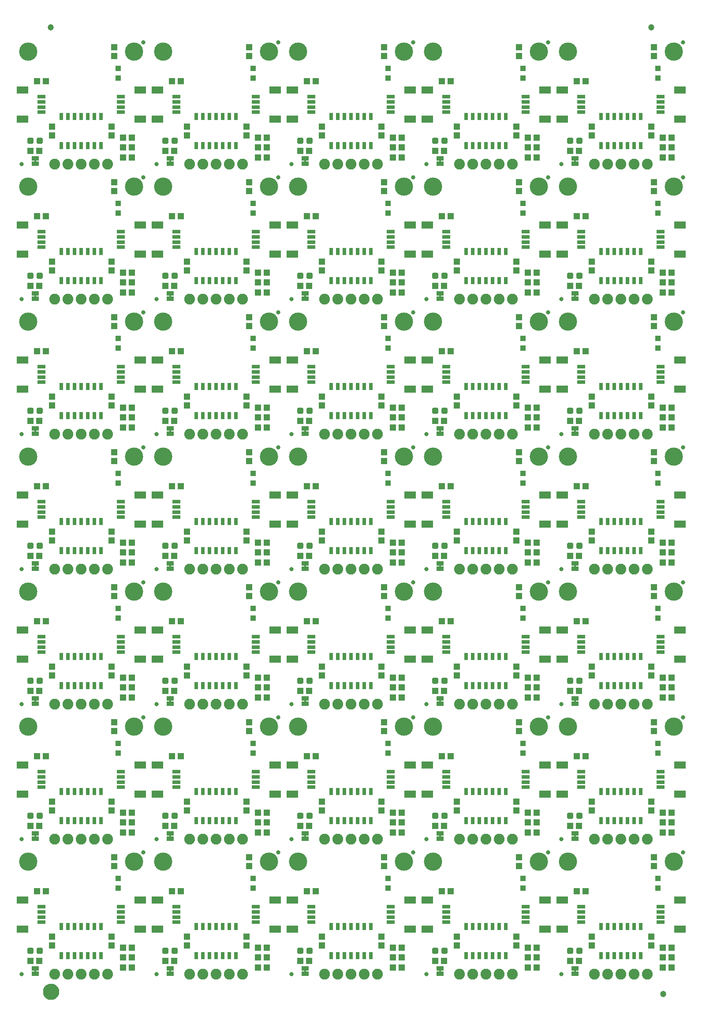
<source format=gts>
G04 EAGLE Gerber RS-274X export*
G75*
%MOMM*%
%FSLAX34Y34*%
%LPD*%
%INSoldermask Top*%
%IPPOS*%
%AMOC8*
5,1,8,0,0,1.08239X$1,22.5*%
G01*
%ADD10R,1.079500X1.079500*%
%ADD11R,2.203200X1.403200*%
%ADD12R,1.553200X0.803200*%
%ADD13C,0.838200*%
%ADD14C,2.082800*%
%ADD15R,1.203200X1.303200*%
%ADD16R,1.303200X1.203200*%
%ADD17R,0.803200X1.403200*%
%ADD18C,0.505344*%
%ADD19C,3.505200*%
%ADD20R,1.473200X0.863600*%
%ADD21C,1.203200*%
%ADD22C,1.270000*%
%ADD23C,1.703200*%

G36*
X1076390Y1311287D02*
X1076390Y1311287D01*
X1076456Y1311289D01*
X1076499Y1311307D01*
X1076546Y1311315D01*
X1076603Y1311349D01*
X1076663Y1311374D01*
X1076698Y1311405D01*
X1076739Y1311430D01*
X1076781Y1311481D01*
X1076829Y1311525D01*
X1076851Y1311567D01*
X1076880Y1311604D01*
X1076901Y1311666D01*
X1076932Y1311725D01*
X1076940Y1311779D01*
X1076952Y1311816D01*
X1076951Y1311856D01*
X1076959Y1311910D01*
X1076959Y1315720D01*
X1076948Y1315785D01*
X1076946Y1315851D01*
X1076928Y1315894D01*
X1076920Y1315941D01*
X1076886Y1315998D01*
X1076861Y1316058D01*
X1076830Y1316093D01*
X1076805Y1316134D01*
X1076754Y1316176D01*
X1076710Y1316224D01*
X1076668Y1316246D01*
X1076631Y1316275D01*
X1076569Y1316296D01*
X1076510Y1316327D01*
X1076456Y1316335D01*
X1076419Y1316347D01*
X1076379Y1316346D01*
X1076325Y1316354D01*
X1073785Y1316354D01*
X1073720Y1316343D01*
X1073654Y1316341D01*
X1073611Y1316323D01*
X1073564Y1316315D01*
X1073507Y1316281D01*
X1073447Y1316256D01*
X1073412Y1316225D01*
X1073371Y1316200D01*
X1073330Y1316149D01*
X1073281Y1316105D01*
X1073259Y1316063D01*
X1073230Y1316026D01*
X1073209Y1315964D01*
X1073178Y1315905D01*
X1073170Y1315851D01*
X1073158Y1315814D01*
X1073158Y1315810D01*
X1073158Y1315809D01*
X1073159Y1315774D01*
X1073151Y1315720D01*
X1073151Y1311910D01*
X1073162Y1311845D01*
X1073164Y1311779D01*
X1073182Y1311736D01*
X1073190Y1311689D01*
X1073224Y1311632D01*
X1073249Y1311572D01*
X1073280Y1311537D01*
X1073305Y1311496D01*
X1073356Y1311455D01*
X1073400Y1311406D01*
X1073442Y1311384D01*
X1073479Y1311355D01*
X1073541Y1311334D01*
X1073600Y1311303D01*
X1073654Y1311295D01*
X1073691Y1311283D01*
X1073731Y1311284D01*
X1073785Y1311276D01*
X1076325Y1311276D01*
X1076390Y1311287D01*
G37*
G36*
X299150Y1311287D02*
X299150Y1311287D01*
X299216Y1311289D01*
X299259Y1311307D01*
X299306Y1311315D01*
X299363Y1311349D01*
X299423Y1311374D01*
X299458Y1311405D01*
X299499Y1311430D01*
X299541Y1311481D01*
X299589Y1311525D01*
X299611Y1311567D01*
X299640Y1311604D01*
X299661Y1311666D01*
X299692Y1311725D01*
X299700Y1311779D01*
X299712Y1311816D01*
X299711Y1311856D01*
X299719Y1311910D01*
X299719Y1315720D01*
X299708Y1315785D01*
X299706Y1315851D01*
X299688Y1315894D01*
X299680Y1315941D01*
X299646Y1315998D01*
X299621Y1316058D01*
X299590Y1316093D01*
X299565Y1316134D01*
X299514Y1316176D01*
X299470Y1316224D01*
X299428Y1316246D01*
X299391Y1316275D01*
X299329Y1316296D01*
X299270Y1316327D01*
X299216Y1316335D01*
X299179Y1316347D01*
X299139Y1316346D01*
X299085Y1316354D01*
X296545Y1316354D01*
X296480Y1316343D01*
X296414Y1316341D01*
X296371Y1316323D01*
X296324Y1316315D01*
X296267Y1316281D01*
X296207Y1316256D01*
X296172Y1316225D01*
X296131Y1316200D01*
X296090Y1316149D01*
X296041Y1316105D01*
X296019Y1316063D01*
X295990Y1316026D01*
X295969Y1315964D01*
X295938Y1315905D01*
X295930Y1315851D01*
X295918Y1315814D01*
X295918Y1315810D01*
X295918Y1315809D01*
X295919Y1315774D01*
X295911Y1315720D01*
X295911Y1311910D01*
X295922Y1311845D01*
X295924Y1311779D01*
X295942Y1311736D01*
X295950Y1311689D01*
X295984Y1311632D01*
X296009Y1311572D01*
X296040Y1311537D01*
X296065Y1311496D01*
X296116Y1311455D01*
X296160Y1311406D01*
X296202Y1311384D01*
X296239Y1311355D01*
X296301Y1311334D01*
X296360Y1311303D01*
X296414Y1311295D01*
X296451Y1311283D01*
X296491Y1311284D01*
X296545Y1311276D01*
X299085Y1311276D01*
X299150Y1311287D01*
G37*
G36*
X817310Y1311287D02*
X817310Y1311287D01*
X817376Y1311289D01*
X817419Y1311307D01*
X817466Y1311315D01*
X817523Y1311349D01*
X817583Y1311374D01*
X817618Y1311405D01*
X817659Y1311430D01*
X817701Y1311481D01*
X817749Y1311525D01*
X817771Y1311567D01*
X817800Y1311604D01*
X817821Y1311666D01*
X817852Y1311725D01*
X817860Y1311779D01*
X817872Y1311816D01*
X817871Y1311856D01*
X817879Y1311910D01*
X817879Y1315720D01*
X817868Y1315785D01*
X817866Y1315851D01*
X817848Y1315894D01*
X817840Y1315941D01*
X817806Y1315998D01*
X817781Y1316058D01*
X817750Y1316093D01*
X817725Y1316134D01*
X817674Y1316176D01*
X817630Y1316224D01*
X817588Y1316246D01*
X817551Y1316275D01*
X817489Y1316296D01*
X817430Y1316327D01*
X817376Y1316335D01*
X817339Y1316347D01*
X817299Y1316346D01*
X817245Y1316354D01*
X814705Y1316354D01*
X814640Y1316343D01*
X814574Y1316341D01*
X814531Y1316323D01*
X814484Y1316315D01*
X814427Y1316281D01*
X814367Y1316256D01*
X814332Y1316225D01*
X814291Y1316200D01*
X814250Y1316149D01*
X814201Y1316105D01*
X814179Y1316063D01*
X814150Y1316026D01*
X814129Y1315964D01*
X814098Y1315905D01*
X814090Y1315851D01*
X814078Y1315814D01*
X814078Y1315810D01*
X814078Y1315809D01*
X814079Y1315774D01*
X814071Y1315720D01*
X814071Y1311910D01*
X814082Y1311845D01*
X814084Y1311779D01*
X814102Y1311736D01*
X814110Y1311689D01*
X814144Y1311632D01*
X814169Y1311572D01*
X814200Y1311537D01*
X814225Y1311496D01*
X814276Y1311455D01*
X814320Y1311406D01*
X814362Y1311384D01*
X814399Y1311355D01*
X814461Y1311334D01*
X814520Y1311303D01*
X814574Y1311295D01*
X814611Y1311283D01*
X814651Y1311284D01*
X814705Y1311276D01*
X817245Y1311276D01*
X817310Y1311287D01*
G37*
G36*
X558230Y1311287D02*
X558230Y1311287D01*
X558296Y1311289D01*
X558339Y1311307D01*
X558386Y1311315D01*
X558443Y1311349D01*
X558503Y1311374D01*
X558538Y1311405D01*
X558579Y1311430D01*
X558621Y1311481D01*
X558669Y1311525D01*
X558691Y1311567D01*
X558720Y1311604D01*
X558741Y1311666D01*
X558772Y1311725D01*
X558780Y1311779D01*
X558792Y1311816D01*
X558791Y1311856D01*
X558799Y1311910D01*
X558799Y1315720D01*
X558788Y1315785D01*
X558786Y1315851D01*
X558768Y1315894D01*
X558760Y1315941D01*
X558726Y1315998D01*
X558701Y1316058D01*
X558670Y1316093D01*
X558645Y1316134D01*
X558594Y1316176D01*
X558550Y1316224D01*
X558508Y1316246D01*
X558471Y1316275D01*
X558409Y1316296D01*
X558350Y1316327D01*
X558296Y1316335D01*
X558259Y1316347D01*
X558219Y1316346D01*
X558165Y1316354D01*
X555625Y1316354D01*
X555560Y1316343D01*
X555494Y1316341D01*
X555451Y1316323D01*
X555404Y1316315D01*
X555347Y1316281D01*
X555287Y1316256D01*
X555252Y1316225D01*
X555211Y1316200D01*
X555170Y1316149D01*
X555121Y1316105D01*
X555099Y1316063D01*
X555070Y1316026D01*
X555049Y1315964D01*
X555018Y1315905D01*
X555010Y1315851D01*
X554998Y1315814D01*
X554998Y1315810D01*
X554998Y1315809D01*
X554999Y1315774D01*
X554991Y1315720D01*
X554991Y1311910D01*
X555002Y1311845D01*
X555004Y1311779D01*
X555022Y1311736D01*
X555030Y1311689D01*
X555064Y1311632D01*
X555089Y1311572D01*
X555120Y1311537D01*
X555145Y1311496D01*
X555196Y1311455D01*
X555240Y1311406D01*
X555282Y1311384D01*
X555319Y1311355D01*
X555381Y1311334D01*
X555440Y1311303D01*
X555494Y1311295D01*
X555531Y1311283D01*
X555571Y1311284D01*
X555625Y1311276D01*
X558165Y1311276D01*
X558230Y1311287D01*
G37*
G36*
X40070Y1311287D02*
X40070Y1311287D01*
X40136Y1311289D01*
X40179Y1311307D01*
X40226Y1311315D01*
X40283Y1311349D01*
X40343Y1311374D01*
X40378Y1311405D01*
X40419Y1311430D01*
X40461Y1311481D01*
X40509Y1311525D01*
X40531Y1311567D01*
X40560Y1311604D01*
X40581Y1311666D01*
X40612Y1311725D01*
X40620Y1311779D01*
X40632Y1311816D01*
X40631Y1311856D01*
X40639Y1311910D01*
X40639Y1315720D01*
X40628Y1315785D01*
X40626Y1315851D01*
X40608Y1315894D01*
X40600Y1315941D01*
X40566Y1315998D01*
X40541Y1316058D01*
X40510Y1316093D01*
X40485Y1316134D01*
X40434Y1316176D01*
X40390Y1316224D01*
X40348Y1316246D01*
X40311Y1316275D01*
X40249Y1316296D01*
X40190Y1316327D01*
X40136Y1316335D01*
X40099Y1316347D01*
X40059Y1316346D01*
X40005Y1316354D01*
X37465Y1316354D01*
X37400Y1316343D01*
X37334Y1316341D01*
X37291Y1316323D01*
X37244Y1316315D01*
X37187Y1316281D01*
X37127Y1316256D01*
X37092Y1316225D01*
X37051Y1316200D01*
X37010Y1316149D01*
X36961Y1316105D01*
X36939Y1316063D01*
X36910Y1316026D01*
X36889Y1315964D01*
X36858Y1315905D01*
X36850Y1315851D01*
X36838Y1315814D01*
X36838Y1315810D01*
X36838Y1315809D01*
X36839Y1315774D01*
X36831Y1315720D01*
X36831Y1311910D01*
X36842Y1311845D01*
X36844Y1311779D01*
X36862Y1311736D01*
X36870Y1311689D01*
X36904Y1311632D01*
X36929Y1311572D01*
X36960Y1311537D01*
X36985Y1311496D01*
X37036Y1311455D01*
X37080Y1311406D01*
X37122Y1311384D01*
X37159Y1311355D01*
X37221Y1311334D01*
X37280Y1311303D01*
X37334Y1311295D01*
X37371Y1311283D01*
X37411Y1311284D01*
X37465Y1311276D01*
X40005Y1311276D01*
X40070Y1311287D01*
G37*
G36*
X40070Y1570367D02*
X40070Y1570367D01*
X40136Y1570369D01*
X40179Y1570387D01*
X40226Y1570395D01*
X40283Y1570429D01*
X40343Y1570454D01*
X40378Y1570485D01*
X40419Y1570510D01*
X40461Y1570561D01*
X40509Y1570605D01*
X40531Y1570647D01*
X40560Y1570684D01*
X40581Y1570746D01*
X40612Y1570805D01*
X40620Y1570859D01*
X40632Y1570896D01*
X40631Y1570936D01*
X40639Y1570990D01*
X40639Y1574800D01*
X40628Y1574865D01*
X40626Y1574931D01*
X40608Y1574974D01*
X40600Y1575021D01*
X40566Y1575078D01*
X40541Y1575138D01*
X40510Y1575173D01*
X40485Y1575214D01*
X40434Y1575256D01*
X40390Y1575304D01*
X40348Y1575326D01*
X40311Y1575355D01*
X40249Y1575376D01*
X40190Y1575407D01*
X40136Y1575415D01*
X40099Y1575427D01*
X40059Y1575426D01*
X40005Y1575434D01*
X37465Y1575434D01*
X37400Y1575423D01*
X37334Y1575421D01*
X37291Y1575403D01*
X37244Y1575395D01*
X37187Y1575361D01*
X37127Y1575336D01*
X37092Y1575305D01*
X37051Y1575280D01*
X37010Y1575229D01*
X36961Y1575185D01*
X36939Y1575143D01*
X36910Y1575106D01*
X36889Y1575044D01*
X36858Y1574985D01*
X36850Y1574931D01*
X36838Y1574894D01*
X36838Y1574890D01*
X36838Y1574889D01*
X36839Y1574854D01*
X36831Y1574800D01*
X36831Y1570990D01*
X36842Y1570925D01*
X36844Y1570859D01*
X36862Y1570816D01*
X36870Y1570769D01*
X36904Y1570712D01*
X36929Y1570652D01*
X36960Y1570617D01*
X36985Y1570576D01*
X37036Y1570535D01*
X37080Y1570486D01*
X37122Y1570464D01*
X37159Y1570435D01*
X37221Y1570414D01*
X37280Y1570383D01*
X37334Y1570375D01*
X37371Y1570363D01*
X37411Y1570364D01*
X37465Y1570356D01*
X40005Y1570356D01*
X40070Y1570367D01*
G37*
G36*
X817310Y1570367D02*
X817310Y1570367D01*
X817376Y1570369D01*
X817419Y1570387D01*
X817466Y1570395D01*
X817523Y1570429D01*
X817583Y1570454D01*
X817618Y1570485D01*
X817659Y1570510D01*
X817701Y1570561D01*
X817749Y1570605D01*
X817771Y1570647D01*
X817800Y1570684D01*
X817821Y1570746D01*
X817852Y1570805D01*
X817860Y1570859D01*
X817872Y1570896D01*
X817871Y1570936D01*
X817879Y1570990D01*
X817879Y1574800D01*
X817868Y1574865D01*
X817866Y1574931D01*
X817848Y1574974D01*
X817840Y1575021D01*
X817806Y1575078D01*
X817781Y1575138D01*
X817750Y1575173D01*
X817725Y1575214D01*
X817674Y1575256D01*
X817630Y1575304D01*
X817588Y1575326D01*
X817551Y1575355D01*
X817489Y1575376D01*
X817430Y1575407D01*
X817376Y1575415D01*
X817339Y1575427D01*
X817299Y1575426D01*
X817245Y1575434D01*
X814705Y1575434D01*
X814640Y1575423D01*
X814574Y1575421D01*
X814531Y1575403D01*
X814484Y1575395D01*
X814427Y1575361D01*
X814367Y1575336D01*
X814332Y1575305D01*
X814291Y1575280D01*
X814250Y1575229D01*
X814201Y1575185D01*
X814179Y1575143D01*
X814150Y1575106D01*
X814129Y1575044D01*
X814098Y1574985D01*
X814090Y1574931D01*
X814078Y1574894D01*
X814078Y1574890D01*
X814078Y1574889D01*
X814079Y1574854D01*
X814071Y1574800D01*
X814071Y1570990D01*
X814082Y1570925D01*
X814084Y1570859D01*
X814102Y1570816D01*
X814110Y1570769D01*
X814144Y1570712D01*
X814169Y1570652D01*
X814200Y1570617D01*
X814225Y1570576D01*
X814276Y1570535D01*
X814320Y1570486D01*
X814362Y1570464D01*
X814399Y1570435D01*
X814461Y1570414D01*
X814520Y1570383D01*
X814574Y1570375D01*
X814611Y1570363D01*
X814651Y1570364D01*
X814705Y1570356D01*
X817245Y1570356D01*
X817310Y1570367D01*
G37*
G36*
X558230Y1570367D02*
X558230Y1570367D01*
X558296Y1570369D01*
X558339Y1570387D01*
X558386Y1570395D01*
X558443Y1570429D01*
X558503Y1570454D01*
X558538Y1570485D01*
X558579Y1570510D01*
X558621Y1570561D01*
X558669Y1570605D01*
X558691Y1570647D01*
X558720Y1570684D01*
X558741Y1570746D01*
X558772Y1570805D01*
X558780Y1570859D01*
X558792Y1570896D01*
X558791Y1570936D01*
X558799Y1570990D01*
X558799Y1574800D01*
X558788Y1574865D01*
X558786Y1574931D01*
X558768Y1574974D01*
X558760Y1575021D01*
X558726Y1575078D01*
X558701Y1575138D01*
X558670Y1575173D01*
X558645Y1575214D01*
X558594Y1575256D01*
X558550Y1575304D01*
X558508Y1575326D01*
X558471Y1575355D01*
X558409Y1575376D01*
X558350Y1575407D01*
X558296Y1575415D01*
X558259Y1575427D01*
X558219Y1575426D01*
X558165Y1575434D01*
X555625Y1575434D01*
X555560Y1575423D01*
X555494Y1575421D01*
X555451Y1575403D01*
X555404Y1575395D01*
X555347Y1575361D01*
X555287Y1575336D01*
X555252Y1575305D01*
X555211Y1575280D01*
X555170Y1575229D01*
X555121Y1575185D01*
X555099Y1575143D01*
X555070Y1575106D01*
X555049Y1575044D01*
X555018Y1574985D01*
X555010Y1574931D01*
X554998Y1574894D01*
X554998Y1574890D01*
X554998Y1574889D01*
X554999Y1574854D01*
X554991Y1574800D01*
X554991Y1570990D01*
X555002Y1570925D01*
X555004Y1570859D01*
X555022Y1570816D01*
X555030Y1570769D01*
X555064Y1570712D01*
X555089Y1570652D01*
X555120Y1570617D01*
X555145Y1570576D01*
X555196Y1570535D01*
X555240Y1570486D01*
X555282Y1570464D01*
X555319Y1570435D01*
X555381Y1570414D01*
X555440Y1570383D01*
X555494Y1570375D01*
X555531Y1570363D01*
X555571Y1570364D01*
X555625Y1570356D01*
X558165Y1570356D01*
X558230Y1570367D01*
G37*
G36*
X1076390Y1570367D02*
X1076390Y1570367D01*
X1076456Y1570369D01*
X1076499Y1570387D01*
X1076546Y1570395D01*
X1076603Y1570429D01*
X1076663Y1570454D01*
X1076698Y1570485D01*
X1076739Y1570510D01*
X1076781Y1570561D01*
X1076829Y1570605D01*
X1076851Y1570647D01*
X1076880Y1570684D01*
X1076901Y1570746D01*
X1076932Y1570805D01*
X1076940Y1570859D01*
X1076952Y1570896D01*
X1076951Y1570936D01*
X1076959Y1570990D01*
X1076959Y1574800D01*
X1076948Y1574865D01*
X1076946Y1574931D01*
X1076928Y1574974D01*
X1076920Y1575021D01*
X1076886Y1575078D01*
X1076861Y1575138D01*
X1076830Y1575173D01*
X1076805Y1575214D01*
X1076754Y1575256D01*
X1076710Y1575304D01*
X1076668Y1575326D01*
X1076631Y1575355D01*
X1076569Y1575376D01*
X1076510Y1575407D01*
X1076456Y1575415D01*
X1076419Y1575427D01*
X1076379Y1575426D01*
X1076325Y1575434D01*
X1073785Y1575434D01*
X1073720Y1575423D01*
X1073654Y1575421D01*
X1073611Y1575403D01*
X1073564Y1575395D01*
X1073507Y1575361D01*
X1073447Y1575336D01*
X1073412Y1575305D01*
X1073371Y1575280D01*
X1073330Y1575229D01*
X1073281Y1575185D01*
X1073259Y1575143D01*
X1073230Y1575106D01*
X1073209Y1575044D01*
X1073178Y1574985D01*
X1073170Y1574931D01*
X1073158Y1574894D01*
X1073158Y1574890D01*
X1073158Y1574889D01*
X1073159Y1574854D01*
X1073151Y1574800D01*
X1073151Y1570990D01*
X1073162Y1570925D01*
X1073164Y1570859D01*
X1073182Y1570816D01*
X1073190Y1570769D01*
X1073224Y1570712D01*
X1073249Y1570652D01*
X1073280Y1570617D01*
X1073305Y1570576D01*
X1073356Y1570535D01*
X1073400Y1570486D01*
X1073442Y1570464D01*
X1073479Y1570435D01*
X1073541Y1570414D01*
X1073600Y1570383D01*
X1073654Y1570375D01*
X1073691Y1570363D01*
X1073731Y1570364D01*
X1073785Y1570356D01*
X1076325Y1570356D01*
X1076390Y1570367D01*
G37*
G36*
X299150Y1570367D02*
X299150Y1570367D01*
X299216Y1570369D01*
X299259Y1570387D01*
X299306Y1570395D01*
X299363Y1570429D01*
X299423Y1570454D01*
X299458Y1570485D01*
X299499Y1570510D01*
X299541Y1570561D01*
X299589Y1570605D01*
X299611Y1570647D01*
X299640Y1570684D01*
X299661Y1570746D01*
X299692Y1570805D01*
X299700Y1570859D01*
X299712Y1570896D01*
X299711Y1570936D01*
X299719Y1570990D01*
X299719Y1574800D01*
X299708Y1574865D01*
X299706Y1574931D01*
X299688Y1574974D01*
X299680Y1575021D01*
X299646Y1575078D01*
X299621Y1575138D01*
X299590Y1575173D01*
X299565Y1575214D01*
X299514Y1575256D01*
X299470Y1575304D01*
X299428Y1575326D01*
X299391Y1575355D01*
X299329Y1575376D01*
X299270Y1575407D01*
X299216Y1575415D01*
X299179Y1575427D01*
X299139Y1575426D01*
X299085Y1575434D01*
X296545Y1575434D01*
X296480Y1575423D01*
X296414Y1575421D01*
X296371Y1575403D01*
X296324Y1575395D01*
X296267Y1575361D01*
X296207Y1575336D01*
X296172Y1575305D01*
X296131Y1575280D01*
X296090Y1575229D01*
X296041Y1575185D01*
X296019Y1575143D01*
X295990Y1575106D01*
X295969Y1575044D01*
X295938Y1574985D01*
X295930Y1574931D01*
X295918Y1574894D01*
X295918Y1574890D01*
X295918Y1574889D01*
X295919Y1574854D01*
X295911Y1574800D01*
X295911Y1570990D01*
X295922Y1570925D01*
X295924Y1570859D01*
X295942Y1570816D01*
X295950Y1570769D01*
X295984Y1570712D01*
X296009Y1570652D01*
X296040Y1570617D01*
X296065Y1570576D01*
X296116Y1570535D01*
X296160Y1570486D01*
X296202Y1570464D01*
X296239Y1570435D01*
X296301Y1570414D01*
X296360Y1570383D01*
X296414Y1570375D01*
X296451Y1570363D01*
X296491Y1570364D01*
X296545Y1570356D01*
X299085Y1570356D01*
X299150Y1570367D01*
G37*
G36*
X299150Y1052207D02*
X299150Y1052207D01*
X299216Y1052209D01*
X299259Y1052227D01*
X299306Y1052235D01*
X299363Y1052269D01*
X299423Y1052294D01*
X299458Y1052325D01*
X299499Y1052350D01*
X299541Y1052401D01*
X299589Y1052445D01*
X299611Y1052487D01*
X299640Y1052524D01*
X299661Y1052586D01*
X299692Y1052645D01*
X299700Y1052699D01*
X299712Y1052736D01*
X299711Y1052776D01*
X299719Y1052830D01*
X299719Y1056640D01*
X299708Y1056705D01*
X299706Y1056771D01*
X299688Y1056814D01*
X299680Y1056861D01*
X299646Y1056918D01*
X299621Y1056978D01*
X299590Y1057013D01*
X299565Y1057054D01*
X299514Y1057096D01*
X299470Y1057144D01*
X299428Y1057166D01*
X299391Y1057195D01*
X299329Y1057216D01*
X299270Y1057247D01*
X299216Y1057255D01*
X299179Y1057267D01*
X299139Y1057266D01*
X299085Y1057274D01*
X296545Y1057274D01*
X296480Y1057263D01*
X296414Y1057261D01*
X296371Y1057243D01*
X296324Y1057235D01*
X296267Y1057201D01*
X296207Y1057176D01*
X296172Y1057145D01*
X296131Y1057120D01*
X296090Y1057069D01*
X296041Y1057025D01*
X296019Y1056983D01*
X295990Y1056946D01*
X295969Y1056884D01*
X295938Y1056825D01*
X295930Y1056771D01*
X295918Y1056734D01*
X295918Y1056730D01*
X295918Y1056729D01*
X295919Y1056694D01*
X295911Y1056640D01*
X295911Y1052830D01*
X295922Y1052765D01*
X295924Y1052699D01*
X295942Y1052656D01*
X295950Y1052609D01*
X295984Y1052552D01*
X296009Y1052492D01*
X296040Y1052457D01*
X296065Y1052416D01*
X296116Y1052375D01*
X296160Y1052326D01*
X296202Y1052304D01*
X296239Y1052275D01*
X296301Y1052254D01*
X296360Y1052223D01*
X296414Y1052215D01*
X296451Y1052203D01*
X296491Y1052204D01*
X296545Y1052196D01*
X299085Y1052196D01*
X299150Y1052207D01*
G37*
G36*
X40070Y1052207D02*
X40070Y1052207D01*
X40136Y1052209D01*
X40179Y1052227D01*
X40226Y1052235D01*
X40283Y1052269D01*
X40343Y1052294D01*
X40378Y1052325D01*
X40419Y1052350D01*
X40461Y1052401D01*
X40509Y1052445D01*
X40531Y1052487D01*
X40560Y1052524D01*
X40581Y1052586D01*
X40612Y1052645D01*
X40620Y1052699D01*
X40632Y1052736D01*
X40631Y1052776D01*
X40639Y1052830D01*
X40639Y1056640D01*
X40628Y1056705D01*
X40626Y1056771D01*
X40608Y1056814D01*
X40600Y1056861D01*
X40566Y1056918D01*
X40541Y1056978D01*
X40510Y1057013D01*
X40485Y1057054D01*
X40434Y1057096D01*
X40390Y1057144D01*
X40348Y1057166D01*
X40311Y1057195D01*
X40249Y1057216D01*
X40190Y1057247D01*
X40136Y1057255D01*
X40099Y1057267D01*
X40059Y1057266D01*
X40005Y1057274D01*
X37465Y1057274D01*
X37400Y1057263D01*
X37334Y1057261D01*
X37291Y1057243D01*
X37244Y1057235D01*
X37187Y1057201D01*
X37127Y1057176D01*
X37092Y1057145D01*
X37051Y1057120D01*
X37010Y1057069D01*
X36961Y1057025D01*
X36939Y1056983D01*
X36910Y1056946D01*
X36889Y1056884D01*
X36858Y1056825D01*
X36850Y1056771D01*
X36838Y1056734D01*
X36838Y1056730D01*
X36838Y1056729D01*
X36839Y1056694D01*
X36831Y1056640D01*
X36831Y1052830D01*
X36842Y1052765D01*
X36844Y1052699D01*
X36862Y1052656D01*
X36870Y1052609D01*
X36904Y1052552D01*
X36929Y1052492D01*
X36960Y1052457D01*
X36985Y1052416D01*
X37036Y1052375D01*
X37080Y1052326D01*
X37122Y1052304D01*
X37159Y1052275D01*
X37221Y1052254D01*
X37280Y1052223D01*
X37334Y1052215D01*
X37371Y1052203D01*
X37411Y1052204D01*
X37465Y1052196D01*
X40005Y1052196D01*
X40070Y1052207D01*
G37*
G36*
X558230Y1052207D02*
X558230Y1052207D01*
X558296Y1052209D01*
X558339Y1052227D01*
X558386Y1052235D01*
X558443Y1052269D01*
X558503Y1052294D01*
X558538Y1052325D01*
X558579Y1052350D01*
X558621Y1052401D01*
X558669Y1052445D01*
X558691Y1052487D01*
X558720Y1052524D01*
X558741Y1052586D01*
X558772Y1052645D01*
X558780Y1052699D01*
X558792Y1052736D01*
X558791Y1052776D01*
X558799Y1052830D01*
X558799Y1056640D01*
X558788Y1056705D01*
X558786Y1056771D01*
X558768Y1056814D01*
X558760Y1056861D01*
X558726Y1056918D01*
X558701Y1056978D01*
X558670Y1057013D01*
X558645Y1057054D01*
X558594Y1057096D01*
X558550Y1057144D01*
X558508Y1057166D01*
X558471Y1057195D01*
X558409Y1057216D01*
X558350Y1057247D01*
X558296Y1057255D01*
X558259Y1057267D01*
X558219Y1057266D01*
X558165Y1057274D01*
X555625Y1057274D01*
X555560Y1057263D01*
X555494Y1057261D01*
X555451Y1057243D01*
X555404Y1057235D01*
X555347Y1057201D01*
X555287Y1057176D01*
X555252Y1057145D01*
X555211Y1057120D01*
X555170Y1057069D01*
X555121Y1057025D01*
X555099Y1056983D01*
X555070Y1056946D01*
X555049Y1056884D01*
X555018Y1056825D01*
X555010Y1056771D01*
X554998Y1056734D01*
X554998Y1056730D01*
X554998Y1056729D01*
X554999Y1056694D01*
X554991Y1056640D01*
X554991Y1052830D01*
X555002Y1052765D01*
X555004Y1052699D01*
X555022Y1052656D01*
X555030Y1052609D01*
X555064Y1052552D01*
X555089Y1052492D01*
X555120Y1052457D01*
X555145Y1052416D01*
X555196Y1052375D01*
X555240Y1052326D01*
X555282Y1052304D01*
X555319Y1052275D01*
X555381Y1052254D01*
X555440Y1052223D01*
X555494Y1052215D01*
X555531Y1052203D01*
X555571Y1052204D01*
X555625Y1052196D01*
X558165Y1052196D01*
X558230Y1052207D01*
G37*
G36*
X817310Y1052207D02*
X817310Y1052207D01*
X817376Y1052209D01*
X817419Y1052227D01*
X817466Y1052235D01*
X817523Y1052269D01*
X817583Y1052294D01*
X817618Y1052325D01*
X817659Y1052350D01*
X817701Y1052401D01*
X817749Y1052445D01*
X817771Y1052487D01*
X817800Y1052524D01*
X817821Y1052586D01*
X817852Y1052645D01*
X817860Y1052699D01*
X817872Y1052736D01*
X817871Y1052776D01*
X817879Y1052830D01*
X817879Y1056640D01*
X817868Y1056705D01*
X817866Y1056771D01*
X817848Y1056814D01*
X817840Y1056861D01*
X817806Y1056918D01*
X817781Y1056978D01*
X817750Y1057013D01*
X817725Y1057054D01*
X817674Y1057096D01*
X817630Y1057144D01*
X817588Y1057166D01*
X817551Y1057195D01*
X817489Y1057216D01*
X817430Y1057247D01*
X817376Y1057255D01*
X817339Y1057267D01*
X817299Y1057266D01*
X817245Y1057274D01*
X814705Y1057274D01*
X814640Y1057263D01*
X814574Y1057261D01*
X814531Y1057243D01*
X814484Y1057235D01*
X814427Y1057201D01*
X814367Y1057176D01*
X814332Y1057145D01*
X814291Y1057120D01*
X814250Y1057069D01*
X814201Y1057025D01*
X814179Y1056983D01*
X814150Y1056946D01*
X814129Y1056884D01*
X814098Y1056825D01*
X814090Y1056771D01*
X814078Y1056734D01*
X814078Y1056730D01*
X814078Y1056729D01*
X814079Y1056694D01*
X814071Y1056640D01*
X814071Y1052830D01*
X814082Y1052765D01*
X814084Y1052699D01*
X814102Y1052656D01*
X814110Y1052609D01*
X814144Y1052552D01*
X814169Y1052492D01*
X814200Y1052457D01*
X814225Y1052416D01*
X814276Y1052375D01*
X814320Y1052326D01*
X814362Y1052304D01*
X814399Y1052275D01*
X814461Y1052254D01*
X814520Y1052223D01*
X814574Y1052215D01*
X814611Y1052203D01*
X814651Y1052204D01*
X814705Y1052196D01*
X817245Y1052196D01*
X817310Y1052207D01*
G37*
G36*
X1076390Y1052207D02*
X1076390Y1052207D01*
X1076456Y1052209D01*
X1076499Y1052227D01*
X1076546Y1052235D01*
X1076603Y1052269D01*
X1076663Y1052294D01*
X1076698Y1052325D01*
X1076739Y1052350D01*
X1076781Y1052401D01*
X1076829Y1052445D01*
X1076851Y1052487D01*
X1076880Y1052524D01*
X1076901Y1052586D01*
X1076932Y1052645D01*
X1076940Y1052699D01*
X1076952Y1052736D01*
X1076951Y1052776D01*
X1076959Y1052830D01*
X1076959Y1056640D01*
X1076948Y1056705D01*
X1076946Y1056771D01*
X1076928Y1056814D01*
X1076920Y1056861D01*
X1076886Y1056918D01*
X1076861Y1056978D01*
X1076830Y1057013D01*
X1076805Y1057054D01*
X1076754Y1057096D01*
X1076710Y1057144D01*
X1076668Y1057166D01*
X1076631Y1057195D01*
X1076569Y1057216D01*
X1076510Y1057247D01*
X1076456Y1057255D01*
X1076419Y1057267D01*
X1076379Y1057266D01*
X1076325Y1057274D01*
X1073785Y1057274D01*
X1073720Y1057263D01*
X1073654Y1057261D01*
X1073611Y1057243D01*
X1073564Y1057235D01*
X1073507Y1057201D01*
X1073447Y1057176D01*
X1073412Y1057145D01*
X1073371Y1057120D01*
X1073330Y1057069D01*
X1073281Y1057025D01*
X1073259Y1056983D01*
X1073230Y1056946D01*
X1073209Y1056884D01*
X1073178Y1056825D01*
X1073170Y1056771D01*
X1073158Y1056734D01*
X1073158Y1056730D01*
X1073158Y1056729D01*
X1073159Y1056694D01*
X1073151Y1056640D01*
X1073151Y1052830D01*
X1073162Y1052765D01*
X1073164Y1052699D01*
X1073182Y1052656D01*
X1073190Y1052609D01*
X1073224Y1052552D01*
X1073249Y1052492D01*
X1073280Y1052457D01*
X1073305Y1052416D01*
X1073356Y1052375D01*
X1073400Y1052326D01*
X1073442Y1052304D01*
X1073479Y1052275D01*
X1073541Y1052254D01*
X1073600Y1052223D01*
X1073654Y1052215D01*
X1073691Y1052203D01*
X1073731Y1052204D01*
X1073785Y1052196D01*
X1076325Y1052196D01*
X1076390Y1052207D01*
G37*
G36*
X817310Y793127D02*
X817310Y793127D01*
X817376Y793129D01*
X817419Y793147D01*
X817466Y793155D01*
X817523Y793189D01*
X817583Y793214D01*
X817618Y793245D01*
X817659Y793270D01*
X817701Y793321D01*
X817749Y793365D01*
X817771Y793407D01*
X817800Y793444D01*
X817821Y793506D01*
X817852Y793565D01*
X817860Y793619D01*
X817872Y793656D01*
X817871Y793696D01*
X817879Y793750D01*
X817879Y797560D01*
X817868Y797625D01*
X817866Y797691D01*
X817848Y797734D01*
X817840Y797781D01*
X817806Y797838D01*
X817781Y797898D01*
X817750Y797933D01*
X817725Y797974D01*
X817674Y798016D01*
X817630Y798064D01*
X817588Y798086D01*
X817551Y798115D01*
X817489Y798136D01*
X817430Y798167D01*
X817376Y798175D01*
X817339Y798187D01*
X817299Y798186D01*
X817245Y798194D01*
X814705Y798194D01*
X814640Y798183D01*
X814574Y798181D01*
X814531Y798163D01*
X814484Y798155D01*
X814427Y798121D01*
X814367Y798096D01*
X814332Y798065D01*
X814291Y798040D01*
X814250Y797989D01*
X814201Y797945D01*
X814179Y797903D01*
X814150Y797866D01*
X814129Y797804D01*
X814098Y797745D01*
X814090Y797691D01*
X814078Y797654D01*
X814078Y797650D01*
X814078Y797649D01*
X814079Y797614D01*
X814071Y797560D01*
X814071Y793750D01*
X814082Y793685D01*
X814084Y793619D01*
X814102Y793576D01*
X814110Y793529D01*
X814144Y793472D01*
X814169Y793412D01*
X814200Y793377D01*
X814225Y793336D01*
X814276Y793295D01*
X814320Y793246D01*
X814362Y793224D01*
X814399Y793195D01*
X814461Y793174D01*
X814520Y793143D01*
X814574Y793135D01*
X814611Y793123D01*
X814651Y793124D01*
X814705Y793116D01*
X817245Y793116D01*
X817310Y793127D01*
G37*
G36*
X1076390Y793127D02*
X1076390Y793127D01*
X1076456Y793129D01*
X1076499Y793147D01*
X1076546Y793155D01*
X1076603Y793189D01*
X1076663Y793214D01*
X1076698Y793245D01*
X1076739Y793270D01*
X1076781Y793321D01*
X1076829Y793365D01*
X1076851Y793407D01*
X1076880Y793444D01*
X1076901Y793506D01*
X1076932Y793565D01*
X1076940Y793619D01*
X1076952Y793656D01*
X1076951Y793696D01*
X1076959Y793750D01*
X1076959Y797560D01*
X1076948Y797625D01*
X1076946Y797691D01*
X1076928Y797734D01*
X1076920Y797781D01*
X1076886Y797838D01*
X1076861Y797898D01*
X1076830Y797933D01*
X1076805Y797974D01*
X1076754Y798016D01*
X1076710Y798064D01*
X1076668Y798086D01*
X1076631Y798115D01*
X1076569Y798136D01*
X1076510Y798167D01*
X1076456Y798175D01*
X1076419Y798187D01*
X1076379Y798186D01*
X1076325Y798194D01*
X1073785Y798194D01*
X1073720Y798183D01*
X1073654Y798181D01*
X1073611Y798163D01*
X1073564Y798155D01*
X1073507Y798121D01*
X1073447Y798096D01*
X1073412Y798065D01*
X1073371Y798040D01*
X1073330Y797989D01*
X1073281Y797945D01*
X1073259Y797903D01*
X1073230Y797866D01*
X1073209Y797804D01*
X1073178Y797745D01*
X1073170Y797691D01*
X1073158Y797654D01*
X1073158Y797650D01*
X1073158Y797649D01*
X1073159Y797614D01*
X1073151Y797560D01*
X1073151Y793750D01*
X1073162Y793685D01*
X1073164Y793619D01*
X1073182Y793576D01*
X1073190Y793529D01*
X1073224Y793472D01*
X1073249Y793412D01*
X1073280Y793377D01*
X1073305Y793336D01*
X1073356Y793295D01*
X1073400Y793246D01*
X1073442Y793224D01*
X1073479Y793195D01*
X1073541Y793174D01*
X1073600Y793143D01*
X1073654Y793135D01*
X1073691Y793123D01*
X1073731Y793124D01*
X1073785Y793116D01*
X1076325Y793116D01*
X1076390Y793127D01*
G37*
G36*
X299150Y793127D02*
X299150Y793127D01*
X299216Y793129D01*
X299259Y793147D01*
X299306Y793155D01*
X299363Y793189D01*
X299423Y793214D01*
X299458Y793245D01*
X299499Y793270D01*
X299541Y793321D01*
X299589Y793365D01*
X299611Y793407D01*
X299640Y793444D01*
X299661Y793506D01*
X299692Y793565D01*
X299700Y793619D01*
X299712Y793656D01*
X299711Y793696D01*
X299719Y793750D01*
X299719Y797560D01*
X299708Y797625D01*
X299706Y797691D01*
X299688Y797734D01*
X299680Y797781D01*
X299646Y797838D01*
X299621Y797898D01*
X299590Y797933D01*
X299565Y797974D01*
X299514Y798016D01*
X299470Y798064D01*
X299428Y798086D01*
X299391Y798115D01*
X299329Y798136D01*
X299270Y798167D01*
X299216Y798175D01*
X299179Y798187D01*
X299139Y798186D01*
X299085Y798194D01*
X296545Y798194D01*
X296480Y798183D01*
X296414Y798181D01*
X296371Y798163D01*
X296324Y798155D01*
X296267Y798121D01*
X296207Y798096D01*
X296172Y798065D01*
X296131Y798040D01*
X296090Y797989D01*
X296041Y797945D01*
X296019Y797903D01*
X295990Y797866D01*
X295969Y797804D01*
X295938Y797745D01*
X295930Y797691D01*
X295918Y797654D01*
X295918Y797650D01*
X295918Y797649D01*
X295919Y797614D01*
X295911Y797560D01*
X295911Y793750D01*
X295922Y793685D01*
X295924Y793619D01*
X295942Y793576D01*
X295950Y793529D01*
X295984Y793472D01*
X296009Y793412D01*
X296040Y793377D01*
X296065Y793336D01*
X296116Y793295D01*
X296160Y793246D01*
X296202Y793224D01*
X296239Y793195D01*
X296301Y793174D01*
X296360Y793143D01*
X296414Y793135D01*
X296451Y793123D01*
X296491Y793124D01*
X296545Y793116D01*
X299085Y793116D01*
X299150Y793127D01*
G37*
G36*
X558230Y793127D02*
X558230Y793127D01*
X558296Y793129D01*
X558339Y793147D01*
X558386Y793155D01*
X558443Y793189D01*
X558503Y793214D01*
X558538Y793245D01*
X558579Y793270D01*
X558621Y793321D01*
X558669Y793365D01*
X558691Y793407D01*
X558720Y793444D01*
X558741Y793506D01*
X558772Y793565D01*
X558780Y793619D01*
X558792Y793656D01*
X558791Y793696D01*
X558799Y793750D01*
X558799Y797560D01*
X558788Y797625D01*
X558786Y797691D01*
X558768Y797734D01*
X558760Y797781D01*
X558726Y797838D01*
X558701Y797898D01*
X558670Y797933D01*
X558645Y797974D01*
X558594Y798016D01*
X558550Y798064D01*
X558508Y798086D01*
X558471Y798115D01*
X558409Y798136D01*
X558350Y798167D01*
X558296Y798175D01*
X558259Y798187D01*
X558219Y798186D01*
X558165Y798194D01*
X555625Y798194D01*
X555560Y798183D01*
X555494Y798181D01*
X555451Y798163D01*
X555404Y798155D01*
X555347Y798121D01*
X555287Y798096D01*
X555252Y798065D01*
X555211Y798040D01*
X555170Y797989D01*
X555121Y797945D01*
X555099Y797903D01*
X555070Y797866D01*
X555049Y797804D01*
X555018Y797745D01*
X555010Y797691D01*
X554998Y797654D01*
X554998Y797650D01*
X554998Y797649D01*
X554999Y797614D01*
X554991Y797560D01*
X554991Y793750D01*
X555002Y793685D01*
X555004Y793619D01*
X555022Y793576D01*
X555030Y793529D01*
X555064Y793472D01*
X555089Y793412D01*
X555120Y793377D01*
X555145Y793336D01*
X555196Y793295D01*
X555240Y793246D01*
X555282Y793224D01*
X555319Y793195D01*
X555381Y793174D01*
X555440Y793143D01*
X555494Y793135D01*
X555531Y793123D01*
X555571Y793124D01*
X555625Y793116D01*
X558165Y793116D01*
X558230Y793127D01*
G37*
G36*
X40070Y793127D02*
X40070Y793127D01*
X40136Y793129D01*
X40179Y793147D01*
X40226Y793155D01*
X40283Y793189D01*
X40343Y793214D01*
X40378Y793245D01*
X40419Y793270D01*
X40461Y793321D01*
X40509Y793365D01*
X40531Y793407D01*
X40560Y793444D01*
X40581Y793506D01*
X40612Y793565D01*
X40620Y793619D01*
X40632Y793656D01*
X40631Y793696D01*
X40639Y793750D01*
X40639Y797560D01*
X40628Y797625D01*
X40626Y797691D01*
X40608Y797734D01*
X40600Y797781D01*
X40566Y797838D01*
X40541Y797898D01*
X40510Y797933D01*
X40485Y797974D01*
X40434Y798016D01*
X40390Y798064D01*
X40348Y798086D01*
X40311Y798115D01*
X40249Y798136D01*
X40190Y798167D01*
X40136Y798175D01*
X40099Y798187D01*
X40059Y798186D01*
X40005Y798194D01*
X37465Y798194D01*
X37400Y798183D01*
X37334Y798181D01*
X37291Y798163D01*
X37244Y798155D01*
X37187Y798121D01*
X37127Y798096D01*
X37092Y798065D01*
X37051Y798040D01*
X37010Y797989D01*
X36961Y797945D01*
X36939Y797903D01*
X36910Y797866D01*
X36889Y797804D01*
X36858Y797745D01*
X36850Y797691D01*
X36838Y797654D01*
X36838Y797650D01*
X36838Y797649D01*
X36839Y797614D01*
X36831Y797560D01*
X36831Y793750D01*
X36842Y793685D01*
X36844Y793619D01*
X36862Y793576D01*
X36870Y793529D01*
X36904Y793472D01*
X36929Y793412D01*
X36960Y793377D01*
X36985Y793336D01*
X37036Y793295D01*
X37080Y793246D01*
X37122Y793224D01*
X37159Y793195D01*
X37221Y793174D01*
X37280Y793143D01*
X37334Y793135D01*
X37371Y793123D01*
X37411Y793124D01*
X37465Y793116D01*
X40005Y793116D01*
X40070Y793127D01*
G37*
G36*
X817310Y534047D02*
X817310Y534047D01*
X817376Y534049D01*
X817419Y534067D01*
X817466Y534075D01*
X817523Y534109D01*
X817583Y534134D01*
X817618Y534165D01*
X817659Y534190D01*
X817701Y534241D01*
X817749Y534285D01*
X817771Y534327D01*
X817800Y534364D01*
X817821Y534426D01*
X817852Y534485D01*
X817860Y534539D01*
X817872Y534576D01*
X817871Y534616D01*
X817879Y534670D01*
X817879Y538480D01*
X817868Y538545D01*
X817866Y538611D01*
X817848Y538654D01*
X817840Y538701D01*
X817806Y538758D01*
X817781Y538818D01*
X817750Y538853D01*
X817725Y538894D01*
X817674Y538936D01*
X817630Y538984D01*
X817588Y539006D01*
X817551Y539035D01*
X817489Y539056D01*
X817430Y539087D01*
X817376Y539095D01*
X817339Y539107D01*
X817299Y539106D01*
X817245Y539114D01*
X814705Y539114D01*
X814640Y539103D01*
X814574Y539101D01*
X814531Y539083D01*
X814484Y539075D01*
X814427Y539041D01*
X814367Y539016D01*
X814332Y538985D01*
X814291Y538960D01*
X814250Y538909D01*
X814201Y538865D01*
X814179Y538823D01*
X814150Y538786D01*
X814129Y538724D01*
X814098Y538665D01*
X814090Y538611D01*
X814078Y538574D01*
X814078Y538570D01*
X814078Y538569D01*
X814079Y538534D01*
X814071Y538480D01*
X814071Y534670D01*
X814082Y534605D01*
X814084Y534539D01*
X814102Y534496D01*
X814110Y534449D01*
X814144Y534392D01*
X814169Y534332D01*
X814200Y534297D01*
X814225Y534256D01*
X814276Y534215D01*
X814320Y534166D01*
X814362Y534144D01*
X814399Y534115D01*
X814461Y534094D01*
X814520Y534063D01*
X814574Y534055D01*
X814611Y534043D01*
X814651Y534044D01*
X814705Y534036D01*
X817245Y534036D01*
X817310Y534047D01*
G37*
G36*
X40070Y534047D02*
X40070Y534047D01*
X40136Y534049D01*
X40179Y534067D01*
X40226Y534075D01*
X40283Y534109D01*
X40343Y534134D01*
X40378Y534165D01*
X40419Y534190D01*
X40461Y534241D01*
X40509Y534285D01*
X40531Y534327D01*
X40560Y534364D01*
X40581Y534426D01*
X40612Y534485D01*
X40620Y534539D01*
X40632Y534576D01*
X40631Y534616D01*
X40639Y534670D01*
X40639Y538480D01*
X40628Y538545D01*
X40626Y538611D01*
X40608Y538654D01*
X40600Y538701D01*
X40566Y538758D01*
X40541Y538818D01*
X40510Y538853D01*
X40485Y538894D01*
X40434Y538936D01*
X40390Y538984D01*
X40348Y539006D01*
X40311Y539035D01*
X40249Y539056D01*
X40190Y539087D01*
X40136Y539095D01*
X40099Y539107D01*
X40059Y539106D01*
X40005Y539114D01*
X37465Y539114D01*
X37400Y539103D01*
X37334Y539101D01*
X37291Y539083D01*
X37244Y539075D01*
X37187Y539041D01*
X37127Y539016D01*
X37092Y538985D01*
X37051Y538960D01*
X37010Y538909D01*
X36961Y538865D01*
X36939Y538823D01*
X36910Y538786D01*
X36889Y538724D01*
X36858Y538665D01*
X36850Y538611D01*
X36838Y538574D01*
X36838Y538570D01*
X36838Y538569D01*
X36839Y538534D01*
X36831Y538480D01*
X36831Y534670D01*
X36842Y534605D01*
X36844Y534539D01*
X36862Y534496D01*
X36870Y534449D01*
X36904Y534392D01*
X36929Y534332D01*
X36960Y534297D01*
X36985Y534256D01*
X37036Y534215D01*
X37080Y534166D01*
X37122Y534144D01*
X37159Y534115D01*
X37221Y534094D01*
X37280Y534063D01*
X37334Y534055D01*
X37371Y534043D01*
X37411Y534044D01*
X37465Y534036D01*
X40005Y534036D01*
X40070Y534047D01*
G37*
G36*
X299150Y534047D02*
X299150Y534047D01*
X299216Y534049D01*
X299259Y534067D01*
X299306Y534075D01*
X299363Y534109D01*
X299423Y534134D01*
X299458Y534165D01*
X299499Y534190D01*
X299541Y534241D01*
X299589Y534285D01*
X299611Y534327D01*
X299640Y534364D01*
X299661Y534426D01*
X299692Y534485D01*
X299700Y534539D01*
X299712Y534576D01*
X299711Y534616D01*
X299719Y534670D01*
X299719Y538480D01*
X299708Y538545D01*
X299706Y538611D01*
X299688Y538654D01*
X299680Y538701D01*
X299646Y538758D01*
X299621Y538818D01*
X299590Y538853D01*
X299565Y538894D01*
X299514Y538936D01*
X299470Y538984D01*
X299428Y539006D01*
X299391Y539035D01*
X299329Y539056D01*
X299270Y539087D01*
X299216Y539095D01*
X299179Y539107D01*
X299139Y539106D01*
X299085Y539114D01*
X296545Y539114D01*
X296480Y539103D01*
X296414Y539101D01*
X296371Y539083D01*
X296324Y539075D01*
X296267Y539041D01*
X296207Y539016D01*
X296172Y538985D01*
X296131Y538960D01*
X296090Y538909D01*
X296041Y538865D01*
X296019Y538823D01*
X295990Y538786D01*
X295969Y538724D01*
X295938Y538665D01*
X295930Y538611D01*
X295918Y538574D01*
X295918Y538570D01*
X295918Y538569D01*
X295919Y538534D01*
X295911Y538480D01*
X295911Y534670D01*
X295922Y534605D01*
X295924Y534539D01*
X295942Y534496D01*
X295950Y534449D01*
X295984Y534392D01*
X296009Y534332D01*
X296040Y534297D01*
X296065Y534256D01*
X296116Y534215D01*
X296160Y534166D01*
X296202Y534144D01*
X296239Y534115D01*
X296301Y534094D01*
X296360Y534063D01*
X296414Y534055D01*
X296451Y534043D01*
X296491Y534044D01*
X296545Y534036D01*
X299085Y534036D01*
X299150Y534047D01*
G37*
G36*
X558230Y534047D02*
X558230Y534047D01*
X558296Y534049D01*
X558339Y534067D01*
X558386Y534075D01*
X558443Y534109D01*
X558503Y534134D01*
X558538Y534165D01*
X558579Y534190D01*
X558621Y534241D01*
X558669Y534285D01*
X558691Y534327D01*
X558720Y534364D01*
X558741Y534426D01*
X558772Y534485D01*
X558780Y534539D01*
X558792Y534576D01*
X558791Y534616D01*
X558799Y534670D01*
X558799Y538480D01*
X558788Y538545D01*
X558786Y538611D01*
X558768Y538654D01*
X558760Y538701D01*
X558726Y538758D01*
X558701Y538818D01*
X558670Y538853D01*
X558645Y538894D01*
X558594Y538936D01*
X558550Y538984D01*
X558508Y539006D01*
X558471Y539035D01*
X558409Y539056D01*
X558350Y539087D01*
X558296Y539095D01*
X558259Y539107D01*
X558219Y539106D01*
X558165Y539114D01*
X555625Y539114D01*
X555560Y539103D01*
X555494Y539101D01*
X555451Y539083D01*
X555404Y539075D01*
X555347Y539041D01*
X555287Y539016D01*
X555252Y538985D01*
X555211Y538960D01*
X555170Y538909D01*
X555121Y538865D01*
X555099Y538823D01*
X555070Y538786D01*
X555049Y538724D01*
X555018Y538665D01*
X555010Y538611D01*
X554998Y538574D01*
X554998Y538570D01*
X554998Y538569D01*
X554999Y538534D01*
X554991Y538480D01*
X554991Y534670D01*
X555002Y534605D01*
X555004Y534539D01*
X555022Y534496D01*
X555030Y534449D01*
X555064Y534392D01*
X555089Y534332D01*
X555120Y534297D01*
X555145Y534256D01*
X555196Y534215D01*
X555240Y534166D01*
X555282Y534144D01*
X555319Y534115D01*
X555381Y534094D01*
X555440Y534063D01*
X555494Y534055D01*
X555531Y534043D01*
X555571Y534044D01*
X555625Y534036D01*
X558165Y534036D01*
X558230Y534047D01*
G37*
G36*
X1076390Y534047D02*
X1076390Y534047D01*
X1076456Y534049D01*
X1076499Y534067D01*
X1076546Y534075D01*
X1076603Y534109D01*
X1076663Y534134D01*
X1076698Y534165D01*
X1076739Y534190D01*
X1076781Y534241D01*
X1076829Y534285D01*
X1076851Y534327D01*
X1076880Y534364D01*
X1076901Y534426D01*
X1076932Y534485D01*
X1076940Y534539D01*
X1076952Y534576D01*
X1076951Y534616D01*
X1076959Y534670D01*
X1076959Y538480D01*
X1076948Y538545D01*
X1076946Y538611D01*
X1076928Y538654D01*
X1076920Y538701D01*
X1076886Y538758D01*
X1076861Y538818D01*
X1076830Y538853D01*
X1076805Y538894D01*
X1076754Y538936D01*
X1076710Y538984D01*
X1076668Y539006D01*
X1076631Y539035D01*
X1076569Y539056D01*
X1076510Y539087D01*
X1076456Y539095D01*
X1076419Y539107D01*
X1076379Y539106D01*
X1076325Y539114D01*
X1073785Y539114D01*
X1073720Y539103D01*
X1073654Y539101D01*
X1073611Y539083D01*
X1073564Y539075D01*
X1073507Y539041D01*
X1073447Y539016D01*
X1073412Y538985D01*
X1073371Y538960D01*
X1073330Y538909D01*
X1073281Y538865D01*
X1073259Y538823D01*
X1073230Y538786D01*
X1073209Y538724D01*
X1073178Y538665D01*
X1073170Y538611D01*
X1073158Y538574D01*
X1073158Y538570D01*
X1073158Y538569D01*
X1073159Y538534D01*
X1073151Y538480D01*
X1073151Y534670D01*
X1073162Y534605D01*
X1073164Y534539D01*
X1073182Y534496D01*
X1073190Y534449D01*
X1073224Y534392D01*
X1073249Y534332D01*
X1073280Y534297D01*
X1073305Y534256D01*
X1073356Y534215D01*
X1073400Y534166D01*
X1073442Y534144D01*
X1073479Y534115D01*
X1073541Y534094D01*
X1073600Y534063D01*
X1073654Y534055D01*
X1073691Y534043D01*
X1073731Y534044D01*
X1073785Y534036D01*
X1076325Y534036D01*
X1076390Y534047D01*
G37*
G36*
X817310Y274967D02*
X817310Y274967D01*
X817376Y274969D01*
X817419Y274987D01*
X817466Y274995D01*
X817523Y275029D01*
X817583Y275054D01*
X817618Y275085D01*
X817659Y275110D01*
X817701Y275161D01*
X817749Y275205D01*
X817771Y275247D01*
X817800Y275284D01*
X817821Y275346D01*
X817852Y275405D01*
X817860Y275459D01*
X817872Y275496D01*
X817871Y275536D01*
X817879Y275590D01*
X817879Y279400D01*
X817868Y279465D01*
X817866Y279531D01*
X817848Y279574D01*
X817840Y279621D01*
X817806Y279678D01*
X817781Y279738D01*
X817750Y279773D01*
X817725Y279814D01*
X817674Y279856D01*
X817630Y279904D01*
X817588Y279926D01*
X817551Y279955D01*
X817489Y279976D01*
X817430Y280007D01*
X817376Y280015D01*
X817339Y280027D01*
X817299Y280026D01*
X817245Y280034D01*
X814705Y280034D01*
X814640Y280023D01*
X814574Y280021D01*
X814531Y280003D01*
X814484Y279995D01*
X814427Y279961D01*
X814367Y279936D01*
X814332Y279905D01*
X814291Y279880D01*
X814250Y279829D01*
X814201Y279785D01*
X814179Y279743D01*
X814150Y279706D01*
X814129Y279644D01*
X814098Y279585D01*
X814090Y279531D01*
X814078Y279494D01*
X814078Y279490D01*
X814078Y279489D01*
X814079Y279454D01*
X814071Y279400D01*
X814071Y275590D01*
X814082Y275525D01*
X814084Y275459D01*
X814102Y275416D01*
X814110Y275369D01*
X814144Y275312D01*
X814169Y275252D01*
X814200Y275217D01*
X814225Y275176D01*
X814276Y275135D01*
X814320Y275086D01*
X814362Y275064D01*
X814399Y275035D01*
X814461Y275014D01*
X814520Y274983D01*
X814574Y274975D01*
X814611Y274963D01*
X814651Y274964D01*
X814705Y274956D01*
X817245Y274956D01*
X817310Y274967D01*
G37*
G36*
X1076390Y274967D02*
X1076390Y274967D01*
X1076456Y274969D01*
X1076499Y274987D01*
X1076546Y274995D01*
X1076603Y275029D01*
X1076663Y275054D01*
X1076698Y275085D01*
X1076739Y275110D01*
X1076781Y275161D01*
X1076829Y275205D01*
X1076851Y275247D01*
X1076880Y275284D01*
X1076901Y275346D01*
X1076932Y275405D01*
X1076940Y275459D01*
X1076952Y275496D01*
X1076951Y275536D01*
X1076959Y275590D01*
X1076959Y279400D01*
X1076948Y279465D01*
X1076946Y279531D01*
X1076928Y279574D01*
X1076920Y279621D01*
X1076886Y279678D01*
X1076861Y279738D01*
X1076830Y279773D01*
X1076805Y279814D01*
X1076754Y279856D01*
X1076710Y279904D01*
X1076668Y279926D01*
X1076631Y279955D01*
X1076569Y279976D01*
X1076510Y280007D01*
X1076456Y280015D01*
X1076419Y280027D01*
X1076379Y280026D01*
X1076325Y280034D01*
X1073785Y280034D01*
X1073720Y280023D01*
X1073654Y280021D01*
X1073611Y280003D01*
X1073564Y279995D01*
X1073507Y279961D01*
X1073447Y279936D01*
X1073412Y279905D01*
X1073371Y279880D01*
X1073330Y279829D01*
X1073281Y279785D01*
X1073259Y279743D01*
X1073230Y279706D01*
X1073209Y279644D01*
X1073178Y279585D01*
X1073170Y279531D01*
X1073158Y279494D01*
X1073158Y279490D01*
X1073158Y279489D01*
X1073159Y279454D01*
X1073151Y279400D01*
X1073151Y275590D01*
X1073162Y275525D01*
X1073164Y275459D01*
X1073182Y275416D01*
X1073190Y275369D01*
X1073224Y275312D01*
X1073249Y275252D01*
X1073280Y275217D01*
X1073305Y275176D01*
X1073356Y275135D01*
X1073400Y275086D01*
X1073442Y275064D01*
X1073479Y275035D01*
X1073541Y275014D01*
X1073600Y274983D01*
X1073654Y274975D01*
X1073691Y274963D01*
X1073731Y274964D01*
X1073785Y274956D01*
X1076325Y274956D01*
X1076390Y274967D01*
G37*
G36*
X558230Y274967D02*
X558230Y274967D01*
X558296Y274969D01*
X558339Y274987D01*
X558386Y274995D01*
X558443Y275029D01*
X558503Y275054D01*
X558538Y275085D01*
X558579Y275110D01*
X558621Y275161D01*
X558669Y275205D01*
X558691Y275247D01*
X558720Y275284D01*
X558741Y275346D01*
X558772Y275405D01*
X558780Y275459D01*
X558792Y275496D01*
X558791Y275536D01*
X558799Y275590D01*
X558799Y279400D01*
X558788Y279465D01*
X558786Y279531D01*
X558768Y279574D01*
X558760Y279621D01*
X558726Y279678D01*
X558701Y279738D01*
X558670Y279773D01*
X558645Y279814D01*
X558594Y279856D01*
X558550Y279904D01*
X558508Y279926D01*
X558471Y279955D01*
X558409Y279976D01*
X558350Y280007D01*
X558296Y280015D01*
X558259Y280027D01*
X558219Y280026D01*
X558165Y280034D01*
X555625Y280034D01*
X555560Y280023D01*
X555494Y280021D01*
X555451Y280003D01*
X555404Y279995D01*
X555347Y279961D01*
X555287Y279936D01*
X555252Y279905D01*
X555211Y279880D01*
X555170Y279829D01*
X555121Y279785D01*
X555099Y279743D01*
X555070Y279706D01*
X555049Y279644D01*
X555018Y279585D01*
X555010Y279531D01*
X554998Y279494D01*
X554998Y279490D01*
X554998Y279489D01*
X554999Y279454D01*
X554991Y279400D01*
X554991Y275590D01*
X555002Y275525D01*
X555004Y275459D01*
X555022Y275416D01*
X555030Y275369D01*
X555064Y275312D01*
X555089Y275252D01*
X555120Y275217D01*
X555145Y275176D01*
X555196Y275135D01*
X555240Y275086D01*
X555282Y275064D01*
X555319Y275035D01*
X555381Y275014D01*
X555440Y274983D01*
X555494Y274975D01*
X555531Y274963D01*
X555571Y274964D01*
X555625Y274956D01*
X558165Y274956D01*
X558230Y274967D01*
G37*
G36*
X299150Y274967D02*
X299150Y274967D01*
X299216Y274969D01*
X299259Y274987D01*
X299306Y274995D01*
X299363Y275029D01*
X299423Y275054D01*
X299458Y275085D01*
X299499Y275110D01*
X299541Y275161D01*
X299589Y275205D01*
X299611Y275247D01*
X299640Y275284D01*
X299661Y275346D01*
X299692Y275405D01*
X299700Y275459D01*
X299712Y275496D01*
X299711Y275536D01*
X299719Y275590D01*
X299719Y279400D01*
X299708Y279465D01*
X299706Y279531D01*
X299688Y279574D01*
X299680Y279621D01*
X299646Y279678D01*
X299621Y279738D01*
X299590Y279773D01*
X299565Y279814D01*
X299514Y279856D01*
X299470Y279904D01*
X299428Y279926D01*
X299391Y279955D01*
X299329Y279976D01*
X299270Y280007D01*
X299216Y280015D01*
X299179Y280027D01*
X299139Y280026D01*
X299085Y280034D01*
X296545Y280034D01*
X296480Y280023D01*
X296414Y280021D01*
X296371Y280003D01*
X296324Y279995D01*
X296267Y279961D01*
X296207Y279936D01*
X296172Y279905D01*
X296131Y279880D01*
X296090Y279829D01*
X296041Y279785D01*
X296019Y279743D01*
X295990Y279706D01*
X295969Y279644D01*
X295938Y279585D01*
X295930Y279531D01*
X295918Y279494D01*
X295918Y279490D01*
X295918Y279489D01*
X295919Y279454D01*
X295911Y279400D01*
X295911Y275590D01*
X295922Y275525D01*
X295924Y275459D01*
X295942Y275416D01*
X295950Y275369D01*
X295984Y275312D01*
X296009Y275252D01*
X296040Y275217D01*
X296065Y275176D01*
X296116Y275135D01*
X296160Y275086D01*
X296202Y275064D01*
X296239Y275035D01*
X296301Y275014D01*
X296360Y274983D01*
X296414Y274975D01*
X296451Y274963D01*
X296491Y274964D01*
X296545Y274956D01*
X299085Y274956D01*
X299150Y274967D01*
G37*
G36*
X40070Y274967D02*
X40070Y274967D01*
X40136Y274969D01*
X40179Y274987D01*
X40226Y274995D01*
X40283Y275029D01*
X40343Y275054D01*
X40378Y275085D01*
X40419Y275110D01*
X40461Y275161D01*
X40509Y275205D01*
X40531Y275247D01*
X40560Y275284D01*
X40581Y275346D01*
X40612Y275405D01*
X40620Y275459D01*
X40632Y275496D01*
X40631Y275536D01*
X40639Y275590D01*
X40639Y279400D01*
X40628Y279465D01*
X40626Y279531D01*
X40608Y279574D01*
X40600Y279621D01*
X40566Y279678D01*
X40541Y279738D01*
X40510Y279773D01*
X40485Y279814D01*
X40434Y279856D01*
X40390Y279904D01*
X40348Y279926D01*
X40311Y279955D01*
X40249Y279976D01*
X40190Y280007D01*
X40136Y280015D01*
X40099Y280027D01*
X40059Y280026D01*
X40005Y280034D01*
X37465Y280034D01*
X37400Y280023D01*
X37334Y280021D01*
X37291Y280003D01*
X37244Y279995D01*
X37187Y279961D01*
X37127Y279936D01*
X37092Y279905D01*
X37051Y279880D01*
X37010Y279829D01*
X36961Y279785D01*
X36939Y279743D01*
X36910Y279706D01*
X36889Y279644D01*
X36858Y279585D01*
X36850Y279531D01*
X36838Y279494D01*
X36838Y279490D01*
X36838Y279489D01*
X36839Y279454D01*
X36831Y279400D01*
X36831Y275590D01*
X36842Y275525D01*
X36844Y275459D01*
X36862Y275416D01*
X36870Y275369D01*
X36904Y275312D01*
X36929Y275252D01*
X36960Y275217D01*
X36985Y275176D01*
X37036Y275135D01*
X37080Y275086D01*
X37122Y275064D01*
X37159Y275035D01*
X37221Y275014D01*
X37280Y274983D01*
X37334Y274975D01*
X37371Y274963D01*
X37411Y274964D01*
X37465Y274956D01*
X40005Y274956D01*
X40070Y274967D01*
G37*
G36*
X1076390Y15887D02*
X1076390Y15887D01*
X1076456Y15889D01*
X1076499Y15907D01*
X1076546Y15915D01*
X1076603Y15949D01*
X1076663Y15974D01*
X1076698Y16005D01*
X1076739Y16030D01*
X1076781Y16081D01*
X1076829Y16125D01*
X1076851Y16167D01*
X1076880Y16204D01*
X1076901Y16266D01*
X1076932Y16325D01*
X1076940Y16379D01*
X1076952Y16416D01*
X1076951Y16456D01*
X1076959Y16510D01*
X1076959Y20320D01*
X1076948Y20385D01*
X1076946Y20451D01*
X1076928Y20494D01*
X1076920Y20541D01*
X1076886Y20598D01*
X1076861Y20658D01*
X1076830Y20693D01*
X1076805Y20734D01*
X1076754Y20776D01*
X1076710Y20824D01*
X1076668Y20846D01*
X1076631Y20875D01*
X1076569Y20896D01*
X1076510Y20927D01*
X1076456Y20935D01*
X1076419Y20947D01*
X1076379Y20946D01*
X1076325Y20954D01*
X1073785Y20954D01*
X1073720Y20943D01*
X1073654Y20941D01*
X1073611Y20923D01*
X1073564Y20915D01*
X1073507Y20881D01*
X1073447Y20856D01*
X1073412Y20825D01*
X1073371Y20800D01*
X1073330Y20749D01*
X1073281Y20705D01*
X1073259Y20663D01*
X1073230Y20626D01*
X1073209Y20564D01*
X1073178Y20505D01*
X1073170Y20451D01*
X1073158Y20414D01*
X1073158Y20410D01*
X1073158Y20409D01*
X1073159Y20374D01*
X1073151Y20320D01*
X1073151Y16510D01*
X1073162Y16445D01*
X1073164Y16379D01*
X1073182Y16336D01*
X1073190Y16289D01*
X1073224Y16232D01*
X1073249Y16172D01*
X1073280Y16137D01*
X1073305Y16096D01*
X1073356Y16055D01*
X1073400Y16006D01*
X1073442Y15984D01*
X1073479Y15955D01*
X1073541Y15934D01*
X1073600Y15903D01*
X1073654Y15895D01*
X1073691Y15883D01*
X1073731Y15884D01*
X1073785Y15876D01*
X1076325Y15876D01*
X1076390Y15887D01*
G37*
G36*
X817310Y15887D02*
X817310Y15887D01*
X817376Y15889D01*
X817419Y15907D01*
X817466Y15915D01*
X817523Y15949D01*
X817583Y15974D01*
X817618Y16005D01*
X817659Y16030D01*
X817701Y16081D01*
X817749Y16125D01*
X817771Y16167D01*
X817800Y16204D01*
X817821Y16266D01*
X817852Y16325D01*
X817860Y16379D01*
X817872Y16416D01*
X817871Y16456D01*
X817879Y16510D01*
X817879Y20320D01*
X817868Y20385D01*
X817866Y20451D01*
X817848Y20494D01*
X817840Y20541D01*
X817806Y20598D01*
X817781Y20658D01*
X817750Y20693D01*
X817725Y20734D01*
X817674Y20776D01*
X817630Y20824D01*
X817588Y20846D01*
X817551Y20875D01*
X817489Y20896D01*
X817430Y20927D01*
X817376Y20935D01*
X817339Y20947D01*
X817299Y20946D01*
X817245Y20954D01*
X814705Y20954D01*
X814640Y20943D01*
X814574Y20941D01*
X814531Y20923D01*
X814484Y20915D01*
X814427Y20881D01*
X814367Y20856D01*
X814332Y20825D01*
X814291Y20800D01*
X814250Y20749D01*
X814201Y20705D01*
X814179Y20663D01*
X814150Y20626D01*
X814129Y20564D01*
X814098Y20505D01*
X814090Y20451D01*
X814078Y20414D01*
X814078Y20410D01*
X814078Y20409D01*
X814079Y20374D01*
X814071Y20320D01*
X814071Y16510D01*
X814082Y16445D01*
X814084Y16379D01*
X814102Y16336D01*
X814110Y16289D01*
X814144Y16232D01*
X814169Y16172D01*
X814200Y16137D01*
X814225Y16096D01*
X814276Y16055D01*
X814320Y16006D01*
X814362Y15984D01*
X814399Y15955D01*
X814461Y15934D01*
X814520Y15903D01*
X814574Y15895D01*
X814611Y15883D01*
X814651Y15884D01*
X814705Y15876D01*
X817245Y15876D01*
X817310Y15887D01*
G37*
G36*
X558230Y15887D02*
X558230Y15887D01*
X558296Y15889D01*
X558339Y15907D01*
X558386Y15915D01*
X558443Y15949D01*
X558503Y15974D01*
X558538Y16005D01*
X558579Y16030D01*
X558621Y16081D01*
X558669Y16125D01*
X558691Y16167D01*
X558720Y16204D01*
X558741Y16266D01*
X558772Y16325D01*
X558780Y16379D01*
X558792Y16416D01*
X558791Y16456D01*
X558799Y16510D01*
X558799Y20320D01*
X558788Y20385D01*
X558786Y20451D01*
X558768Y20494D01*
X558760Y20541D01*
X558726Y20598D01*
X558701Y20658D01*
X558670Y20693D01*
X558645Y20734D01*
X558594Y20776D01*
X558550Y20824D01*
X558508Y20846D01*
X558471Y20875D01*
X558409Y20896D01*
X558350Y20927D01*
X558296Y20935D01*
X558259Y20947D01*
X558219Y20946D01*
X558165Y20954D01*
X555625Y20954D01*
X555560Y20943D01*
X555494Y20941D01*
X555451Y20923D01*
X555404Y20915D01*
X555347Y20881D01*
X555287Y20856D01*
X555252Y20825D01*
X555211Y20800D01*
X555170Y20749D01*
X555121Y20705D01*
X555099Y20663D01*
X555070Y20626D01*
X555049Y20564D01*
X555018Y20505D01*
X555010Y20451D01*
X554998Y20414D01*
X554998Y20410D01*
X554998Y20409D01*
X554999Y20374D01*
X554991Y20320D01*
X554991Y16510D01*
X555002Y16445D01*
X555004Y16379D01*
X555022Y16336D01*
X555030Y16289D01*
X555064Y16232D01*
X555089Y16172D01*
X555120Y16137D01*
X555145Y16096D01*
X555196Y16055D01*
X555240Y16006D01*
X555282Y15984D01*
X555319Y15955D01*
X555381Y15934D01*
X555440Y15903D01*
X555494Y15895D01*
X555531Y15883D01*
X555571Y15884D01*
X555625Y15876D01*
X558165Y15876D01*
X558230Y15887D01*
G37*
G36*
X299150Y15887D02*
X299150Y15887D01*
X299216Y15889D01*
X299259Y15907D01*
X299306Y15915D01*
X299363Y15949D01*
X299423Y15974D01*
X299458Y16005D01*
X299499Y16030D01*
X299541Y16081D01*
X299589Y16125D01*
X299611Y16167D01*
X299640Y16204D01*
X299661Y16266D01*
X299692Y16325D01*
X299700Y16379D01*
X299712Y16416D01*
X299711Y16456D01*
X299719Y16510D01*
X299719Y20320D01*
X299708Y20385D01*
X299706Y20451D01*
X299688Y20494D01*
X299680Y20541D01*
X299646Y20598D01*
X299621Y20658D01*
X299590Y20693D01*
X299565Y20734D01*
X299514Y20776D01*
X299470Y20824D01*
X299428Y20846D01*
X299391Y20875D01*
X299329Y20896D01*
X299270Y20927D01*
X299216Y20935D01*
X299179Y20947D01*
X299139Y20946D01*
X299085Y20954D01*
X296545Y20954D01*
X296480Y20943D01*
X296414Y20941D01*
X296371Y20923D01*
X296324Y20915D01*
X296267Y20881D01*
X296207Y20856D01*
X296172Y20825D01*
X296131Y20800D01*
X296090Y20749D01*
X296041Y20705D01*
X296019Y20663D01*
X295990Y20626D01*
X295969Y20564D01*
X295938Y20505D01*
X295930Y20451D01*
X295918Y20414D01*
X295918Y20410D01*
X295918Y20409D01*
X295919Y20374D01*
X295911Y20320D01*
X295911Y16510D01*
X295922Y16445D01*
X295924Y16379D01*
X295942Y16336D01*
X295950Y16289D01*
X295984Y16232D01*
X296009Y16172D01*
X296040Y16137D01*
X296065Y16096D01*
X296116Y16055D01*
X296160Y16006D01*
X296202Y15984D01*
X296239Y15955D01*
X296301Y15934D01*
X296360Y15903D01*
X296414Y15895D01*
X296451Y15883D01*
X296491Y15884D01*
X296545Y15876D01*
X299085Y15876D01*
X299150Y15887D01*
G37*
G36*
X40070Y15887D02*
X40070Y15887D01*
X40136Y15889D01*
X40179Y15907D01*
X40226Y15915D01*
X40283Y15949D01*
X40343Y15974D01*
X40378Y16005D01*
X40419Y16030D01*
X40461Y16081D01*
X40509Y16125D01*
X40531Y16167D01*
X40560Y16204D01*
X40581Y16266D01*
X40612Y16325D01*
X40620Y16379D01*
X40632Y16416D01*
X40631Y16456D01*
X40639Y16510D01*
X40639Y20320D01*
X40628Y20385D01*
X40626Y20451D01*
X40608Y20494D01*
X40600Y20541D01*
X40566Y20598D01*
X40541Y20658D01*
X40510Y20693D01*
X40485Y20734D01*
X40434Y20776D01*
X40390Y20824D01*
X40348Y20846D01*
X40311Y20875D01*
X40249Y20896D01*
X40190Y20927D01*
X40136Y20935D01*
X40099Y20947D01*
X40059Y20946D01*
X40005Y20954D01*
X37465Y20954D01*
X37400Y20943D01*
X37334Y20941D01*
X37291Y20923D01*
X37244Y20915D01*
X37187Y20881D01*
X37127Y20856D01*
X37092Y20825D01*
X37051Y20800D01*
X37010Y20749D01*
X36961Y20705D01*
X36939Y20663D01*
X36910Y20626D01*
X36889Y20564D01*
X36858Y20505D01*
X36850Y20451D01*
X36838Y20414D01*
X36838Y20410D01*
X36838Y20409D01*
X36839Y20374D01*
X36831Y20320D01*
X36831Y16510D01*
X36842Y16445D01*
X36844Y16379D01*
X36862Y16336D01*
X36870Y16289D01*
X36904Y16232D01*
X36929Y16172D01*
X36960Y16137D01*
X36985Y16096D01*
X37036Y16055D01*
X37080Y16006D01*
X37122Y15984D01*
X37159Y15955D01*
X37221Y15934D01*
X37280Y15903D01*
X37334Y15895D01*
X37371Y15883D01*
X37411Y15884D01*
X37465Y15876D01*
X40005Y15876D01*
X40070Y15887D01*
G37*
D10*
X197803Y195898D03*
X197803Y177483D03*
X456883Y195898D03*
X456883Y177483D03*
X715963Y195898D03*
X715963Y177483D03*
X975043Y195898D03*
X975043Y177483D03*
X1234123Y195898D03*
X1234123Y177483D03*
X197803Y454978D03*
X197803Y436563D03*
X456883Y454978D03*
X456883Y436563D03*
X715963Y454978D03*
X715963Y436563D03*
X975043Y454978D03*
X975043Y436563D03*
X1234123Y454978D03*
X1234123Y436563D03*
X197803Y714058D03*
X197803Y695643D03*
X456883Y714058D03*
X456883Y695643D03*
X715963Y714058D03*
X715963Y695643D03*
X975043Y714058D03*
X975043Y695643D03*
X1234123Y714058D03*
X1234123Y695643D03*
X197803Y973138D03*
X197803Y954723D03*
X456883Y973138D03*
X456883Y954723D03*
X715963Y973138D03*
X715963Y954723D03*
X975043Y973138D03*
X975043Y954723D03*
X1234123Y973138D03*
X1234123Y954723D03*
X197803Y1232218D03*
X197803Y1213803D03*
X456883Y1232218D03*
X456883Y1213803D03*
X715963Y1232218D03*
X715963Y1213803D03*
X975043Y1232218D03*
X975043Y1213803D03*
X1234123Y1232218D03*
X1234123Y1213803D03*
X197803Y1491298D03*
X197803Y1472883D03*
X456883Y1491298D03*
X456883Y1472883D03*
X715963Y1491298D03*
X715963Y1472883D03*
X975043Y1491298D03*
X975043Y1472883D03*
X1234123Y1491298D03*
X1234123Y1472883D03*
X197803Y1750378D03*
X197803Y1731963D03*
X456883Y1750378D03*
X456883Y1731963D03*
X715963Y1750378D03*
X715963Y1731963D03*
X975043Y1750378D03*
X975043Y1731963D03*
X1234123Y1750378D03*
X1234123Y1731963D03*
D11*
X239950Y99000D03*
X239950Y155000D03*
D12*
X203200Y112000D03*
X203200Y122000D03*
X203200Y132000D03*
X203200Y142000D03*
D11*
X14050Y155000D03*
X14050Y99000D03*
D12*
X50800Y142000D03*
X50800Y132000D03*
X50800Y122000D03*
X50800Y112000D03*
D13*
X12700Y12700D03*
X246380Y246380D03*
D14*
X152400Y12700D03*
X127000Y12700D03*
X101600Y12700D03*
X76200Y12700D03*
D15*
X184785Y84700D03*
X184785Y67700D03*
D16*
X207400Y44450D03*
X224400Y44450D03*
X207400Y63500D03*
X224400Y63500D03*
D15*
X70485Y84700D03*
X70485Y67700D03*
D17*
X165100Y104200D03*
X152400Y104200D03*
X139700Y104200D03*
X127000Y104200D03*
X114300Y104200D03*
X101600Y104200D03*
X88900Y104200D03*
X88900Y48200D03*
X101600Y48200D03*
X114300Y48200D03*
X127000Y48200D03*
X139700Y48200D03*
X152400Y48200D03*
X165100Y48200D03*
D16*
X29600Y38100D03*
X46600Y38100D03*
D18*
X43380Y53660D02*
X43380Y60640D01*
X50360Y60640D01*
X50360Y53660D01*
X43380Y53660D01*
X43380Y58460D02*
X50360Y58460D01*
X25840Y60640D02*
X25840Y53660D01*
X25840Y60640D02*
X32820Y60640D01*
X32820Y53660D01*
X25840Y53660D01*
X25840Y58460D02*
X32820Y58460D01*
D14*
X177800Y12700D03*
D16*
X207400Y25400D03*
X224400Y25400D03*
D19*
X228600Y228600D03*
X25400Y228600D03*
D15*
X190500Y237100D03*
X190500Y220100D03*
D20*
X38735Y23622D03*
X38735Y13208D03*
D16*
X42300Y171450D03*
X59300Y171450D03*
D11*
X499030Y99000D03*
X499030Y155000D03*
D12*
X462280Y112000D03*
X462280Y122000D03*
X462280Y132000D03*
X462280Y142000D03*
D11*
X273130Y155000D03*
X273130Y99000D03*
D12*
X309880Y142000D03*
X309880Y132000D03*
X309880Y122000D03*
X309880Y112000D03*
D13*
X271780Y12700D03*
X505460Y246380D03*
D14*
X411480Y12700D03*
X386080Y12700D03*
X360680Y12700D03*
X335280Y12700D03*
D15*
X443865Y84700D03*
X443865Y67700D03*
D16*
X466480Y44450D03*
X483480Y44450D03*
X466480Y63500D03*
X483480Y63500D03*
D15*
X329565Y84700D03*
X329565Y67700D03*
D17*
X424180Y104200D03*
X411480Y104200D03*
X398780Y104200D03*
X386080Y104200D03*
X373380Y104200D03*
X360680Y104200D03*
X347980Y104200D03*
X347980Y48200D03*
X360680Y48200D03*
X373380Y48200D03*
X386080Y48200D03*
X398780Y48200D03*
X411480Y48200D03*
X424180Y48200D03*
D16*
X288680Y38100D03*
X305680Y38100D03*
D18*
X302460Y53660D02*
X302460Y60640D01*
X309440Y60640D01*
X309440Y53660D01*
X302460Y53660D01*
X302460Y58460D02*
X309440Y58460D01*
X284920Y60640D02*
X284920Y53660D01*
X284920Y60640D02*
X291900Y60640D01*
X291900Y53660D01*
X284920Y53660D01*
X284920Y58460D02*
X291900Y58460D01*
D14*
X436880Y12700D03*
D16*
X466480Y25400D03*
X483480Y25400D03*
D19*
X487680Y228600D03*
X284480Y228600D03*
D15*
X449580Y237100D03*
X449580Y220100D03*
D20*
X297815Y23622D03*
X297815Y13208D03*
D16*
X301380Y171450D03*
X318380Y171450D03*
D11*
X758110Y99000D03*
X758110Y155000D03*
D12*
X721360Y112000D03*
X721360Y122000D03*
X721360Y132000D03*
X721360Y142000D03*
D11*
X532210Y155000D03*
X532210Y99000D03*
D12*
X568960Y142000D03*
X568960Y132000D03*
X568960Y122000D03*
X568960Y112000D03*
D13*
X530860Y12700D03*
X764540Y246380D03*
D14*
X670560Y12700D03*
X645160Y12700D03*
X619760Y12700D03*
X594360Y12700D03*
D15*
X702945Y84700D03*
X702945Y67700D03*
D16*
X725560Y44450D03*
X742560Y44450D03*
X725560Y63500D03*
X742560Y63500D03*
D15*
X588645Y84700D03*
X588645Y67700D03*
D17*
X683260Y104200D03*
X670560Y104200D03*
X657860Y104200D03*
X645160Y104200D03*
X632460Y104200D03*
X619760Y104200D03*
X607060Y104200D03*
X607060Y48200D03*
X619760Y48200D03*
X632460Y48200D03*
X645160Y48200D03*
X657860Y48200D03*
X670560Y48200D03*
X683260Y48200D03*
D16*
X547760Y38100D03*
X564760Y38100D03*
D18*
X561540Y53660D02*
X561540Y60640D01*
X568520Y60640D01*
X568520Y53660D01*
X561540Y53660D01*
X561540Y58460D02*
X568520Y58460D01*
X544000Y60640D02*
X544000Y53660D01*
X544000Y60640D02*
X550980Y60640D01*
X550980Y53660D01*
X544000Y53660D01*
X544000Y58460D02*
X550980Y58460D01*
D14*
X695960Y12700D03*
D16*
X725560Y25400D03*
X742560Y25400D03*
D19*
X746760Y228600D03*
X543560Y228600D03*
D15*
X708660Y237100D03*
X708660Y220100D03*
D20*
X556895Y23622D03*
X556895Y13208D03*
D16*
X560460Y171450D03*
X577460Y171450D03*
D11*
X1017190Y99000D03*
X1017190Y155000D03*
D12*
X980440Y112000D03*
X980440Y122000D03*
X980440Y132000D03*
X980440Y142000D03*
D11*
X791290Y155000D03*
X791290Y99000D03*
D12*
X828040Y142000D03*
X828040Y132000D03*
X828040Y122000D03*
X828040Y112000D03*
D13*
X789940Y12700D03*
X1023620Y246380D03*
D14*
X929640Y12700D03*
X904240Y12700D03*
X878840Y12700D03*
X853440Y12700D03*
D15*
X962025Y84700D03*
X962025Y67700D03*
D16*
X984640Y44450D03*
X1001640Y44450D03*
X984640Y63500D03*
X1001640Y63500D03*
D15*
X847725Y84700D03*
X847725Y67700D03*
D17*
X942340Y104200D03*
X929640Y104200D03*
X916940Y104200D03*
X904240Y104200D03*
X891540Y104200D03*
X878840Y104200D03*
X866140Y104200D03*
X866140Y48200D03*
X878840Y48200D03*
X891540Y48200D03*
X904240Y48200D03*
X916940Y48200D03*
X929640Y48200D03*
X942340Y48200D03*
D16*
X806840Y38100D03*
X823840Y38100D03*
D18*
X820620Y53660D02*
X820620Y60640D01*
X827600Y60640D01*
X827600Y53660D01*
X820620Y53660D01*
X820620Y58460D02*
X827600Y58460D01*
X803080Y60640D02*
X803080Y53660D01*
X803080Y60640D02*
X810060Y60640D01*
X810060Y53660D01*
X803080Y53660D01*
X803080Y58460D02*
X810060Y58460D01*
D14*
X955040Y12700D03*
D16*
X984640Y25400D03*
X1001640Y25400D03*
D19*
X1005840Y228600D03*
X802640Y228600D03*
D15*
X967740Y237100D03*
X967740Y220100D03*
D20*
X815975Y23622D03*
X815975Y13208D03*
D16*
X819540Y171450D03*
X836540Y171450D03*
D11*
X1276270Y99000D03*
X1276270Y155000D03*
D12*
X1239520Y112000D03*
X1239520Y122000D03*
X1239520Y132000D03*
X1239520Y142000D03*
D11*
X1050370Y155000D03*
X1050370Y99000D03*
D12*
X1087120Y142000D03*
X1087120Y132000D03*
X1087120Y122000D03*
X1087120Y112000D03*
D13*
X1049020Y12700D03*
X1282700Y246380D03*
D14*
X1188720Y12700D03*
X1163320Y12700D03*
X1137920Y12700D03*
X1112520Y12700D03*
D15*
X1221105Y84700D03*
X1221105Y67700D03*
D16*
X1243720Y44450D03*
X1260720Y44450D03*
X1243720Y63500D03*
X1260720Y63500D03*
D15*
X1106805Y84700D03*
X1106805Y67700D03*
D17*
X1201420Y104200D03*
X1188720Y104200D03*
X1176020Y104200D03*
X1163320Y104200D03*
X1150620Y104200D03*
X1137920Y104200D03*
X1125220Y104200D03*
X1125220Y48200D03*
X1137920Y48200D03*
X1150620Y48200D03*
X1163320Y48200D03*
X1176020Y48200D03*
X1188720Y48200D03*
X1201420Y48200D03*
D16*
X1065920Y38100D03*
X1082920Y38100D03*
D18*
X1079700Y53660D02*
X1079700Y60640D01*
X1086680Y60640D01*
X1086680Y53660D01*
X1079700Y53660D01*
X1079700Y58460D02*
X1086680Y58460D01*
X1062160Y60640D02*
X1062160Y53660D01*
X1062160Y60640D02*
X1069140Y60640D01*
X1069140Y53660D01*
X1062160Y53660D01*
X1062160Y58460D02*
X1069140Y58460D01*
D14*
X1214120Y12700D03*
D16*
X1243720Y25400D03*
X1260720Y25400D03*
D19*
X1264920Y228600D03*
X1061720Y228600D03*
D15*
X1226820Y237100D03*
X1226820Y220100D03*
D20*
X1075055Y23622D03*
X1075055Y13208D03*
D16*
X1078620Y171450D03*
X1095620Y171450D03*
D11*
X239950Y358080D03*
X239950Y414080D03*
D12*
X203200Y371080D03*
X203200Y381080D03*
X203200Y391080D03*
X203200Y401080D03*
D11*
X14050Y414080D03*
X14050Y358080D03*
D12*
X50800Y401080D03*
X50800Y391080D03*
X50800Y381080D03*
X50800Y371080D03*
D13*
X12700Y271780D03*
X246380Y505460D03*
D14*
X152400Y271780D03*
X127000Y271780D03*
X101600Y271780D03*
X76200Y271780D03*
D15*
X184785Y343780D03*
X184785Y326780D03*
D16*
X207400Y303530D03*
X224400Y303530D03*
X207400Y322580D03*
X224400Y322580D03*
D15*
X70485Y343780D03*
X70485Y326780D03*
D17*
X165100Y363280D03*
X152400Y363280D03*
X139700Y363280D03*
X127000Y363280D03*
X114300Y363280D03*
X101600Y363280D03*
X88900Y363280D03*
X88900Y307280D03*
X101600Y307280D03*
X114300Y307280D03*
X127000Y307280D03*
X139700Y307280D03*
X152400Y307280D03*
X165100Y307280D03*
D16*
X29600Y297180D03*
X46600Y297180D03*
D18*
X43380Y312740D02*
X43380Y319720D01*
X50360Y319720D01*
X50360Y312740D01*
X43380Y312740D01*
X43380Y317540D02*
X50360Y317540D01*
X25840Y319720D02*
X25840Y312740D01*
X25840Y319720D02*
X32820Y319720D01*
X32820Y312740D01*
X25840Y312740D01*
X25840Y317540D02*
X32820Y317540D01*
D14*
X177800Y271780D03*
D16*
X207400Y284480D03*
X224400Y284480D03*
D19*
X228600Y487680D03*
X25400Y487680D03*
D15*
X190500Y496180D03*
X190500Y479180D03*
D20*
X38735Y282702D03*
X38735Y272288D03*
D16*
X42300Y430530D03*
X59300Y430530D03*
D11*
X499030Y358080D03*
X499030Y414080D03*
D12*
X462280Y371080D03*
X462280Y381080D03*
X462280Y391080D03*
X462280Y401080D03*
D11*
X273130Y414080D03*
X273130Y358080D03*
D12*
X309880Y401080D03*
X309880Y391080D03*
X309880Y381080D03*
X309880Y371080D03*
D13*
X271780Y271780D03*
X505460Y505460D03*
D14*
X411480Y271780D03*
X386080Y271780D03*
X360680Y271780D03*
X335280Y271780D03*
D15*
X443865Y343780D03*
X443865Y326780D03*
D16*
X466480Y303530D03*
X483480Y303530D03*
X466480Y322580D03*
X483480Y322580D03*
D15*
X329565Y343780D03*
X329565Y326780D03*
D17*
X424180Y363280D03*
X411480Y363280D03*
X398780Y363280D03*
X386080Y363280D03*
X373380Y363280D03*
X360680Y363280D03*
X347980Y363280D03*
X347980Y307280D03*
X360680Y307280D03*
X373380Y307280D03*
X386080Y307280D03*
X398780Y307280D03*
X411480Y307280D03*
X424180Y307280D03*
D16*
X288680Y297180D03*
X305680Y297180D03*
D18*
X302460Y312740D02*
X302460Y319720D01*
X309440Y319720D01*
X309440Y312740D01*
X302460Y312740D01*
X302460Y317540D02*
X309440Y317540D01*
X284920Y319720D02*
X284920Y312740D01*
X284920Y319720D02*
X291900Y319720D01*
X291900Y312740D01*
X284920Y312740D01*
X284920Y317540D02*
X291900Y317540D01*
D14*
X436880Y271780D03*
D16*
X466480Y284480D03*
X483480Y284480D03*
D19*
X487680Y487680D03*
X284480Y487680D03*
D15*
X449580Y496180D03*
X449580Y479180D03*
D20*
X297815Y282702D03*
X297815Y272288D03*
D16*
X301380Y430530D03*
X318380Y430530D03*
D11*
X758110Y358080D03*
X758110Y414080D03*
D12*
X721360Y371080D03*
X721360Y381080D03*
X721360Y391080D03*
X721360Y401080D03*
D11*
X532210Y414080D03*
X532210Y358080D03*
D12*
X568960Y401080D03*
X568960Y391080D03*
X568960Y381080D03*
X568960Y371080D03*
D13*
X530860Y271780D03*
X764540Y505460D03*
D14*
X670560Y271780D03*
X645160Y271780D03*
X619760Y271780D03*
X594360Y271780D03*
D15*
X702945Y343780D03*
X702945Y326780D03*
D16*
X725560Y303530D03*
X742560Y303530D03*
X725560Y322580D03*
X742560Y322580D03*
D15*
X588645Y343780D03*
X588645Y326780D03*
D17*
X683260Y363280D03*
X670560Y363280D03*
X657860Y363280D03*
X645160Y363280D03*
X632460Y363280D03*
X619760Y363280D03*
X607060Y363280D03*
X607060Y307280D03*
X619760Y307280D03*
X632460Y307280D03*
X645160Y307280D03*
X657860Y307280D03*
X670560Y307280D03*
X683260Y307280D03*
D16*
X547760Y297180D03*
X564760Y297180D03*
D18*
X561540Y312740D02*
X561540Y319720D01*
X568520Y319720D01*
X568520Y312740D01*
X561540Y312740D01*
X561540Y317540D02*
X568520Y317540D01*
X544000Y319720D02*
X544000Y312740D01*
X544000Y319720D02*
X550980Y319720D01*
X550980Y312740D01*
X544000Y312740D01*
X544000Y317540D02*
X550980Y317540D01*
D14*
X695960Y271780D03*
D16*
X725560Y284480D03*
X742560Y284480D03*
D19*
X746760Y487680D03*
X543560Y487680D03*
D15*
X708660Y496180D03*
X708660Y479180D03*
D20*
X556895Y282702D03*
X556895Y272288D03*
D16*
X560460Y430530D03*
X577460Y430530D03*
D11*
X1017190Y358080D03*
X1017190Y414080D03*
D12*
X980440Y371080D03*
X980440Y381080D03*
X980440Y391080D03*
X980440Y401080D03*
D11*
X791290Y414080D03*
X791290Y358080D03*
D12*
X828040Y401080D03*
X828040Y391080D03*
X828040Y381080D03*
X828040Y371080D03*
D13*
X789940Y271780D03*
X1023620Y505460D03*
D14*
X929640Y271780D03*
X904240Y271780D03*
X878840Y271780D03*
X853440Y271780D03*
D15*
X962025Y343780D03*
X962025Y326780D03*
D16*
X984640Y303530D03*
X1001640Y303530D03*
X984640Y322580D03*
X1001640Y322580D03*
D15*
X847725Y343780D03*
X847725Y326780D03*
D17*
X942340Y363280D03*
X929640Y363280D03*
X916940Y363280D03*
X904240Y363280D03*
X891540Y363280D03*
X878840Y363280D03*
X866140Y363280D03*
X866140Y307280D03*
X878840Y307280D03*
X891540Y307280D03*
X904240Y307280D03*
X916940Y307280D03*
X929640Y307280D03*
X942340Y307280D03*
D16*
X806840Y297180D03*
X823840Y297180D03*
D18*
X820620Y312740D02*
X820620Y319720D01*
X827600Y319720D01*
X827600Y312740D01*
X820620Y312740D01*
X820620Y317540D02*
X827600Y317540D01*
X803080Y319720D02*
X803080Y312740D01*
X803080Y319720D02*
X810060Y319720D01*
X810060Y312740D01*
X803080Y312740D01*
X803080Y317540D02*
X810060Y317540D01*
D14*
X955040Y271780D03*
D16*
X984640Y284480D03*
X1001640Y284480D03*
D19*
X1005840Y487680D03*
X802640Y487680D03*
D15*
X967740Y496180D03*
X967740Y479180D03*
D20*
X815975Y282702D03*
X815975Y272288D03*
D16*
X819540Y430530D03*
X836540Y430530D03*
D11*
X1276270Y358080D03*
X1276270Y414080D03*
D12*
X1239520Y371080D03*
X1239520Y381080D03*
X1239520Y391080D03*
X1239520Y401080D03*
D11*
X1050370Y414080D03*
X1050370Y358080D03*
D12*
X1087120Y401080D03*
X1087120Y391080D03*
X1087120Y381080D03*
X1087120Y371080D03*
D13*
X1049020Y271780D03*
X1282700Y505460D03*
D14*
X1188720Y271780D03*
X1163320Y271780D03*
X1137920Y271780D03*
X1112520Y271780D03*
D15*
X1221105Y343780D03*
X1221105Y326780D03*
D16*
X1243720Y303530D03*
X1260720Y303530D03*
X1243720Y322580D03*
X1260720Y322580D03*
D15*
X1106805Y343780D03*
X1106805Y326780D03*
D17*
X1201420Y363280D03*
X1188720Y363280D03*
X1176020Y363280D03*
X1163320Y363280D03*
X1150620Y363280D03*
X1137920Y363280D03*
X1125220Y363280D03*
X1125220Y307280D03*
X1137920Y307280D03*
X1150620Y307280D03*
X1163320Y307280D03*
X1176020Y307280D03*
X1188720Y307280D03*
X1201420Y307280D03*
D16*
X1065920Y297180D03*
X1082920Y297180D03*
D18*
X1079700Y312740D02*
X1079700Y319720D01*
X1086680Y319720D01*
X1086680Y312740D01*
X1079700Y312740D01*
X1079700Y317540D02*
X1086680Y317540D01*
X1062160Y319720D02*
X1062160Y312740D01*
X1062160Y319720D02*
X1069140Y319720D01*
X1069140Y312740D01*
X1062160Y312740D01*
X1062160Y317540D02*
X1069140Y317540D01*
D14*
X1214120Y271780D03*
D16*
X1243720Y284480D03*
X1260720Y284480D03*
D19*
X1264920Y487680D03*
X1061720Y487680D03*
D15*
X1226820Y496180D03*
X1226820Y479180D03*
D20*
X1075055Y282702D03*
X1075055Y272288D03*
D16*
X1078620Y430530D03*
X1095620Y430530D03*
D11*
X239950Y617160D03*
X239950Y673160D03*
D12*
X203200Y630160D03*
X203200Y640160D03*
X203200Y650160D03*
X203200Y660160D03*
D11*
X14050Y673160D03*
X14050Y617160D03*
D12*
X50800Y660160D03*
X50800Y650160D03*
X50800Y640160D03*
X50800Y630160D03*
D13*
X12700Y530860D03*
X246380Y764540D03*
D14*
X152400Y530860D03*
X127000Y530860D03*
X101600Y530860D03*
X76200Y530860D03*
D15*
X184785Y602860D03*
X184785Y585860D03*
D16*
X207400Y562610D03*
X224400Y562610D03*
X207400Y581660D03*
X224400Y581660D03*
D15*
X70485Y602860D03*
X70485Y585860D03*
D17*
X165100Y622360D03*
X152400Y622360D03*
X139700Y622360D03*
X127000Y622360D03*
X114300Y622360D03*
X101600Y622360D03*
X88900Y622360D03*
X88900Y566360D03*
X101600Y566360D03*
X114300Y566360D03*
X127000Y566360D03*
X139700Y566360D03*
X152400Y566360D03*
X165100Y566360D03*
D16*
X29600Y556260D03*
X46600Y556260D03*
D18*
X43380Y571820D02*
X43380Y578800D01*
X50360Y578800D01*
X50360Y571820D01*
X43380Y571820D01*
X43380Y576620D02*
X50360Y576620D01*
X25840Y578800D02*
X25840Y571820D01*
X25840Y578800D02*
X32820Y578800D01*
X32820Y571820D01*
X25840Y571820D01*
X25840Y576620D02*
X32820Y576620D01*
D14*
X177800Y530860D03*
D16*
X207400Y543560D03*
X224400Y543560D03*
D19*
X228600Y746760D03*
X25400Y746760D03*
D15*
X190500Y755260D03*
X190500Y738260D03*
D20*
X38735Y541782D03*
X38735Y531368D03*
D16*
X42300Y689610D03*
X59300Y689610D03*
D11*
X499030Y617160D03*
X499030Y673160D03*
D12*
X462280Y630160D03*
X462280Y640160D03*
X462280Y650160D03*
X462280Y660160D03*
D11*
X273130Y673160D03*
X273130Y617160D03*
D12*
X309880Y660160D03*
X309880Y650160D03*
X309880Y640160D03*
X309880Y630160D03*
D13*
X271780Y530860D03*
X505460Y764540D03*
D14*
X411480Y530860D03*
X386080Y530860D03*
X360680Y530860D03*
X335280Y530860D03*
D15*
X443865Y602860D03*
X443865Y585860D03*
D16*
X466480Y562610D03*
X483480Y562610D03*
X466480Y581660D03*
X483480Y581660D03*
D15*
X329565Y602860D03*
X329565Y585860D03*
D17*
X424180Y622360D03*
X411480Y622360D03*
X398780Y622360D03*
X386080Y622360D03*
X373380Y622360D03*
X360680Y622360D03*
X347980Y622360D03*
X347980Y566360D03*
X360680Y566360D03*
X373380Y566360D03*
X386080Y566360D03*
X398780Y566360D03*
X411480Y566360D03*
X424180Y566360D03*
D16*
X288680Y556260D03*
X305680Y556260D03*
D18*
X302460Y571820D02*
X302460Y578800D01*
X309440Y578800D01*
X309440Y571820D01*
X302460Y571820D01*
X302460Y576620D02*
X309440Y576620D01*
X284920Y578800D02*
X284920Y571820D01*
X284920Y578800D02*
X291900Y578800D01*
X291900Y571820D01*
X284920Y571820D01*
X284920Y576620D02*
X291900Y576620D01*
D14*
X436880Y530860D03*
D16*
X466480Y543560D03*
X483480Y543560D03*
D19*
X487680Y746760D03*
X284480Y746760D03*
D15*
X449580Y755260D03*
X449580Y738260D03*
D20*
X297815Y541782D03*
X297815Y531368D03*
D16*
X301380Y689610D03*
X318380Y689610D03*
D11*
X758110Y617160D03*
X758110Y673160D03*
D12*
X721360Y630160D03*
X721360Y640160D03*
X721360Y650160D03*
X721360Y660160D03*
D11*
X532210Y673160D03*
X532210Y617160D03*
D12*
X568960Y660160D03*
X568960Y650160D03*
X568960Y640160D03*
X568960Y630160D03*
D13*
X530860Y530860D03*
X764540Y764540D03*
D14*
X670560Y530860D03*
X645160Y530860D03*
X619760Y530860D03*
X594360Y530860D03*
D15*
X702945Y602860D03*
X702945Y585860D03*
D16*
X725560Y562610D03*
X742560Y562610D03*
X725560Y581660D03*
X742560Y581660D03*
D15*
X588645Y602860D03*
X588645Y585860D03*
D17*
X683260Y622360D03*
X670560Y622360D03*
X657860Y622360D03*
X645160Y622360D03*
X632460Y622360D03*
X619760Y622360D03*
X607060Y622360D03*
X607060Y566360D03*
X619760Y566360D03*
X632460Y566360D03*
X645160Y566360D03*
X657860Y566360D03*
X670560Y566360D03*
X683260Y566360D03*
D16*
X547760Y556260D03*
X564760Y556260D03*
D18*
X561540Y571820D02*
X561540Y578800D01*
X568520Y578800D01*
X568520Y571820D01*
X561540Y571820D01*
X561540Y576620D02*
X568520Y576620D01*
X544000Y578800D02*
X544000Y571820D01*
X544000Y578800D02*
X550980Y578800D01*
X550980Y571820D01*
X544000Y571820D01*
X544000Y576620D02*
X550980Y576620D01*
D14*
X695960Y530860D03*
D16*
X725560Y543560D03*
X742560Y543560D03*
D19*
X746760Y746760D03*
X543560Y746760D03*
D15*
X708660Y755260D03*
X708660Y738260D03*
D20*
X556895Y541782D03*
X556895Y531368D03*
D16*
X560460Y689610D03*
X577460Y689610D03*
D11*
X1017190Y617160D03*
X1017190Y673160D03*
D12*
X980440Y630160D03*
X980440Y640160D03*
X980440Y650160D03*
X980440Y660160D03*
D11*
X791290Y673160D03*
X791290Y617160D03*
D12*
X828040Y660160D03*
X828040Y650160D03*
X828040Y640160D03*
X828040Y630160D03*
D13*
X789940Y530860D03*
X1023620Y764540D03*
D14*
X929640Y530860D03*
X904240Y530860D03*
X878840Y530860D03*
X853440Y530860D03*
D15*
X962025Y602860D03*
X962025Y585860D03*
D16*
X984640Y562610D03*
X1001640Y562610D03*
X984640Y581660D03*
X1001640Y581660D03*
D15*
X847725Y602860D03*
X847725Y585860D03*
D17*
X942340Y622360D03*
X929640Y622360D03*
X916940Y622360D03*
X904240Y622360D03*
X891540Y622360D03*
X878840Y622360D03*
X866140Y622360D03*
X866140Y566360D03*
X878840Y566360D03*
X891540Y566360D03*
X904240Y566360D03*
X916940Y566360D03*
X929640Y566360D03*
X942340Y566360D03*
D16*
X806840Y556260D03*
X823840Y556260D03*
D18*
X820620Y571820D02*
X820620Y578800D01*
X827600Y578800D01*
X827600Y571820D01*
X820620Y571820D01*
X820620Y576620D02*
X827600Y576620D01*
X803080Y578800D02*
X803080Y571820D01*
X803080Y578800D02*
X810060Y578800D01*
X810060Y571820D01*
X803080Y571820D01*
X803080Y576620D02*
X810060Y576620D01*
D14*
X955040Y530860D03*
D16*
X984640Y543560D03*
X1001640Y543560D03*
D19*
X1005840Y746760D03*
X802640Y746760D03*
D15*
X967740Y755260D03*
X967740Y738260D03*
D20*
X815975Y541782D03*
X815975Y531368D03*
D16*
X819540Y689610D03*
X836540Y689610D03*
D11*
X1276270Y617160D03*
X1276270Y673160D03*
D12*
X1239520Y630160D03*
X1239520Y640160D03*
X1239520Y650160D03*
X1239520Y660160D03*
D11*
X1050370Y673160D03*
X1050370Y617160D03*
D12*
X1087120Y660160D03*
X1087120Y650160D03*
X1087120Y640160D03*
X1087120Y630160D03*
D13*
X1049020Y530860D03*
X1282700Y764540D03*
D14*
X1188720Y530860D03*
X1163320Y530860D03*
X1137920Y530860D03*
X1112520Y530860D03*
D15*
X1221105Y602860D03*
X1221105Y585860D03*
D16*
X1243720Y562610D03*
X1260720Y562610D03*
X1243720Y581660D03*
X1260720Y581660D03*
D15*
X1106805Y602860D03*
X1106805Y585860D03*
D17*
X1201420Y622360D03*
X1188720Y622360D03*
X1176020Y622360D03*
X1163320Y622360D03*
X1150620Y622360D03*
X1137920Y622360D03*
X1125220Y622360D03*
X1125220Y566360D03*
X1137920Y566360D03*
X1150620Y566360D03*
X1163320Y566360D03*
X1176020Y566360D03*
X1188720Y566360D03*
X1201420Y566360D03*
D16*
X1065920Y556260D03*
X1082920Y556260D03*
D18*
X1079700Y571820D02*
X1079700Y578800D01*
X1086680Y578800D01*
X1086680Y571820D01*
X1079700Y571820D01*
X1079700Y576620D02*
X1086680Y576620D01*
X1062160Y578800D02*
X1062160Y571820D01*
X1062160Y578800D02*
X1069140Y578800D01*
X1069140Y571820D01*
X1062160Y571820D01*
X1062160Y576620D02*
X1069140Y576620D01*
D14*
X1214120Y530860D03*
D16*
X1243720Y543560D03*
X1260720Y543560D03*
D19*
X1264920Y746760D03*
X1061720Y746760D03*
D15*
X1226820Y755260D03*
X1226820Y738260D03*
D20*
X1075055Y541782D03*
X1075055Y531368D03*
D16*
X1078620Y689610D03*
X1095620Y689610D03*
D11*
X239950Y876240D03*
X239950Y932240D03*
D12*
X203200Y889240D03*
X203200Y899240D03*
X203200Y909240D03*
X203200Y919240D03*
D11*
X14050Y932240D03*
X14050Y876240D03*
D12*
X50800Y919240D03*
X50800Y909240D03*
X50800Y899240D03*
X50800Y889240D03*
D13*
X12700Y789940D03*
X246380Y1023620D03*
D14*
X152400Y789940D03*
X127000Y789940D03*
X101600Y789940D03*
X76200Y789940D03*
D15*
X184785Y861940D03*
X184785Y844940D03*
D16*
X207400Y821690D03*
X224400Y821690D03*
X207400Y840740D03*
X224400Y840740D03*
D15*
X70485Y861940D03*
X70485Y844940D03*
D17*
X165100Y881440D03*
X152400Y881440D03*
X139700Y881440D03*
X127000Y881440D03*
X114300Y881440D03*
X101600Y881440D03*
X88900Y881440D03*
X88900Y825440D03*
X101600Y825440D03*
X114300Y825440D03*
X127000Y825440D03*
X139700Y825440D03*
X152400Y825440D03*
X165100Y825440D03*
D16*
X29600Y815340D03*
X46600Y815340D03*
D18*
X43380Y830900D02*
X43380Y837880D01*
X50360Y837880D01*
X50360Y830900D01*
X43380Y830900D01*
X43380Y835700D02*
X50360Y835700D01*
X25840Y837880D02*
X25840Y830900D01*
X25840Y837880D02*
X32820Y837880D01*
X32820Y830900D01*
X25840Y830900D01*
X25840Y835700D02*
X32820Y835700D01*
D14*
X177800Y789940D03*
D16*
X207400Y802640D03*
X224400Y802640D03*
D19*
X228600Y1005840D03*
X25400Y1005840D03*
D15*
X190500Y1014340D03*
X190500Y997340D03*
D20*
X38735Y800862D03*
X38735Y790448D03*
D16*
X42300Y948690D03*
X59300Y948690D03*
D11*
X499030Y876240D03*
X499030Y932240D03*
D12*
X462280Y889240D03*
X462280Y899240D03*
X462280Y909240D03*
X462280Y919240D03*
D11*
X273130Y932240D03*
X273130Y876240D03*
D12*
X309880Y919240D03*
X309880Y909240D03*
X309880Y899240D03*
X309880Y889240D03*
D13*
X271780Y789940D03*
X505460Y1023620D03*
D14*
X411480Y789940D03*
X386080Y789940D03*
X360680Y789940D03*
X335280Y789940D03*
D15*
X443865Y861940D03*
X443865Y844940D03*
D16*
X466480Y821690D03*
X483480Y821690D03*
X466480Y840740D03*
X483480Y840740D03*
D15*
X329565Y861940D03*
X329565Y844940D03*
D17*
X424180Y881440D03*
X411480Y881440D03*
X398780Y881440D03*
X386080Y881440D03*
X373380Y881440D03*
X360680Y881440D03*
X347980Y881440D03*
X347980Y825440D03*
X360680Y825440D03*
X373380Y825440D03*
X386080Y825440D03*
X398780Y825440D03*
X411480Y825440D03*
X424180Y825440D03*
D16*
X288680Y815340D03*
X305680Y815340D03*
D18*
X302460Y830900D02*
X302460Y837880D01*
X309440Y837880D01*
X309440Y830900D01*
X302460Y830900D01*
X302460Y835700D02*
X309440Y835700D01*
X284920Y837880D02*
X284920Y830900D01*
X284920Y837880D02*
X291900Y837880D01*
X291900Y830900D01*
X284920Y830900D01*
X284920Y835700D02*
X291900Y835700D01*
D14*
X436880Y789940D03*
D16*
X466480Y802640D03*
X483480Y802640D03*
D19*
X487680Y1005840D03*
X284480Y1005840D03*
D15*
X449580Y1014340D03*
X449580Y997340D03*
D20*
X297815Y800862D03*
X297815Y790448D03*
D16*
X301380Y948690D03*
X318380Y948690D03*
D11*
X758110Y876240D03*
X758110Y932240D03*
D12*
X721360Y889240D03*
X721360Y899240D03*
X721360Y909240D03*
X721360Y919240D03*
D11*
X532210Y932240D03*
X532210Y876240D03*
D12*
X568960Y919240D03*
X568960Y909240D03*
X568960Y899240D03*
X568960Y889240D03*
D13*
X530860Y789940D03*
X764540Y1023620D03*
D14*
X670560Y789940D03*
X645160Y789940D03*
X619760Y789940D03*
X594360Y789940D03*
D15*
X702945Y861940D03*
X702945Y844940D03*
D16*
X725560Y821690D03*
X742560Y821690D03*
X725560Y840740D03*
X742560Y840740D03*
D15*
X588645Y861940D03*
X588645Y844940D03*
D17*
X683260Y881440D03*
X670560Y881440D03*
X657860Y881440D03*
X645160Y881440D03*
X632460Y881440D03*
X619760Y881440D03*
X607060Y881440D03*
X607060Y825440D03*
X619760Y825440D03*
X632460Y825440D03*
X645160Y825440D03*
X657860Y825440D03*
X670560Y825440D03*
X683260Y825440D03*
D16*
X547760Y815340D03*
X564760Y815340D03*
D18*
X561540Y830900D02*
X561540Y837880D01*
X568520Y837880D01*
X568520Y830900D01*
X561540Y830900D01*
X561540Y835700D02*
X568520Y835700D01*
X544000Y837880D02*
X544000Y830900D01*
X544000Y837880D02*
X550980Y837880D01*
X550980Y830900D01*
X544000Y830900D01*
X544000Y835700D02*
X550980Y835700D01*
D14*
X695960Y789940D03*
D16*
X725560Y802640D03*
X742560Y802640D03*
D19*
X746760Y1005840D03*
X543560Y1005840D03*
D15*
X708660Y1014340D03*
X708660Y997340D03*
D20*
X556895Y800862D03*
X556895Y790448D03*
D16*
X560460Y948690D03*
X577460Y948690D03*
D11*
X1017190Y876240D03*
X1017190Y932240D03*
D12*
X980440Y889240D03*
X980440Y899240D03*
X980440Y909240D03*
X980440Y919240D03*
D11*
X791290Y932240D03*
X791290Y876240D03*
D12*
X828040Y919240D03*
X828040Y909240D03*
X828040Y899240D03*
X828040Y889240D03*
D13*
X789940Y789940D03*
X1023620Y1023620D03*
D14*
X929640Y789940D03*
X904240Y789940D03*
X878840Y789940D03*
X853440Y789940D03*
D15*
X962025Y861940D03*
X962025Y844940D03*
D16*
X984640Y821690D03*
X1001640Y821690D03*
X984640Y840740D03*
X1001640Y840740D03*
D15*
X847725Y861940D03*
X847725Y844940D03*
D17*
X942340Y881440D03*
X929640Y881440D03*
X916940Y881440D03*
X904240Y881440D03*
X891540Y881440D03*
X878840Y881440D03*
X866140Y881440D03*
X866140Y825440D03*
X878840Y825440D03*
X891540Y825440D03*
X904240Y825440D03*
X916940Y825440D03*
X929640Y825440D03*
X942340Y825440D03*
D16*
X806840Y815340D03*
X823840Y815340D03*
D18*
X820620Y830900D02*
X820620Y837880D01*
X827600Y837880D01*
X827600Y830900D01*
X820620Y830900D01*
X820620Y835700D02*
X827600Y835700D01*
X803080Y837880D02*
X803080Y830900D01*
X803080Y837880D02*
X810060Y837880D01*
X810060Y830900D01*
X803080Y830900D01*
X803080Y835700D02*
X810060Y835700D01*
D14*
X955040Y789940D03*
D16*
X984640Y802640D03*
X1001640Y802640D03*
D19*
X1005840Y1005840D03*
X802640Y1005840D03*
D15*
X967740Y1014340D03*
X967740Y997340D03*
D20*
X815975Y800862D03*
X815975Y790448D03*
D16*
X819540Y948690D03*
X836540Y948690D03*
D11*
X1276270Y876240D03*
X1276270Y932240D03*
D12*
X1239520Y889240D03*
X1239520Y899240D03*
X1239520Y909240D03*
X1239520Y919240D03*
D11*
X1050370Y932240D03*
X1050370Y876240D03*
D12*
X1087120Y919240D03*
X1087120Y909240D03*
X1087120Y899240D03*
X1087120Y889240D03*
D13*
X1049020Y789940D03*
X1282700Y1023620D03*
D14*
X1188720Y789940D03*
X1163320Y789940D03*
X1137920Y789940D03*
X1112520Y789940D03*
D15*
X1221105Y861940D03*
X1221105Y844940D03*
D16*
X1243720Y821690D03*
X1260720Y821690D03*
X1243720Y840740D03*
X1260720Y840740D03*
D15*
X1106805Y861940D03*
X1106805Y844940D03*
D17*
X1201420Y881440D03*
X1188720Y881440D03*
X1176020Y881440D03*
X1163320Y881440D03*
X1150620Y881440D03*
X1137920Y881440D03*
X1125220Y881440D03*
X1125220Y825440D03*
X1137920Y825440D03*
X1150620Y825440D03*
X1163320Y825440D03*
X1176020Y825440D03*
X1188720Y825440D03*
X1201420Y825440D03*
D16*
X1065920Y815340D03*
X1082920Y815340D03*
D18*
X1079700Y830900D02*
X1079700Y837880D01*
X1086680Y837880D01*
X1086680Y830900D01*
X1079700Y830900D01*
X1079700Y835700D02*
X1086680Y835700D01*
X1062160Y837880D02*
X1062160Y830900D01*
X1062160Y837880D02*
X1069140Y837880D01*
X1069140Y830900D01*
X1062160Y830900D01*
X1062160Y835700D02*
X1069140Y835700D01*
D14*
X1214120Y789940D03*
D16*
X1243720Y802640D03*
X1260720Y802640D03*
D19*
X1264920Y1005840D03*
X1061720Y1005840D03*
D15*
X1226820Y1014340D03*
X1226820Y997340D03*
D20*
X1075055Y800862D03*
X1075055Y790448D03*
D16*
X1078620Y948690D03*
X1095620Y948690D03*
D11*
X239950Y1135320D03*
X239950Y1191320D03*
D12*
X203200Y1148320D03*
X203200Y1158320D03*
X203200Y1168320D03*
X203200Y1178320D03*
D11*
X14050Y1191320D03*
X14050Y1135320D03*
D12*
X50800Y1178320D03*
X50800Y1168320D03*
X50800Y1158320D03*
X50800Y1148320D03*
D13*
X12700Y1049020D03*
X246380Y1282700D03*
D14*
X152400Y1049020D03*
X127000Y1049020D03*
X101600Y1049020D03*
X76200Y1049020D03*
D15*
X184785Y1121020D03*
X184785Y1104020D03*
D16*
X207400Y1080770D03*
X224400Y1080770D03*
X207400Y1099820D03*
X224400Y1099820D03*
D15*
X70485Y1121020D03*
X70485Y1104020D03*
D17*
X165100Y1140520D03*
X152400Y1140520D03*
X139700Y1140520D03*
X127000Y1140520D03*
X114300Y1140520D03*
X101600Y1140520D03*
X88900Y1140520D03*
X88900Y1084520D03*
X101600Y1084520D03*
X114300Y1084520D03*
X127000Y1084520D03*
X139700Y1084520D03*
X152400Y1084520D03*
X165100Y1084520D03*
D16*
X29600Y1074420D03*
X46600Y1074420D03*
D18*
X43380Y1089980D02*
X43380Y1096960D01*
X50360Y1096960D01*
X50360Y1089980D01*
X43380Y1089980D01*
X43380Y1094780D02*
X50360Y1094780D01*
X25840Y1096960D02*
X25840Y1089980D01*
X25840Y1096960D02*
X32820Y1096960D01*
X32820Y1089980D01*
X25840Y1089980D01*
X25840Y1094780D02*
X32820Y1094780D01*
D14*
X177800Y1049020D03*
D16*
X207400Y1061720D03*
X224400Y1061720D03*
D19*
X228600Y1264920D03*
X25400Y1264920D03*
D15*
X190500Y1273420D03*
X190500Y1256420D03*
D20*
X38735Y1059942D03*
X38735Y1049528D03*
D16*
X42300Y1207770D03*
X59300Y1207770D03*
D11*
X499030Y1135320D03*
X499030Y1191320D03*
D12*
X462280Y1148320D03*
X462280Y1158320D03*
X462280Y1168320D03*
X462280Y1178320D03*
D11*
X273130Y1191320D03*
X273130Y1135320D03*
D12*
X309880Y1178320D03*
X309880Y1168320D03*
X309880Y1158320D03*
X309880Y1148320D03*
D13*
X271780Y1049020D03*
X505460Y1282700D03*
D14*
X411480Y1049020D03*
X386080Y1049020D03*
X360680Y1049020D03*
X335280Y1049020D03*
D15*
X443865Y1121020D03*
X443865Y1104020D03*
D16*
X466480Y1080770D03*
X483480Y1080770D03*
X466480Y1099820D03*
X483480Y1099820D03*
D15*
X329565Y1121020D03*
X329565Y1104020D03*
D17*
X424180Y1140520D03*
X411480Y1140520D03*
X398780Y1140520D03*
X386080Y1140520D03*
X373380Y1140520D03*
X360680Y1140520D03*
X347980Y1140520D03*
X347980Y1084520D03*
X360680Y1084520D03*
X373380Y1084520D03*
X386080Y1084520D03*
X398780Y1084520D03*
X411480Y1084520D03*
X424180Y1084520D03*
D16*
X288680Y1074420D03*
X305680Y1074420D03*
D18*
X302460Y1089980D02*
X302460Y1096960D01*
X309440Y1096960D01*
X309440Y1089980D01*
X302460Y1089980D01*
X302460Y1094780D02*
X309440Y1094780D01*
X284920Y1096960D02*
X284920Y1089980D01*
X284920Y1096960D02*
X291900Y1096960D01*
X291900Y1089980D01*
X284920Y1089980D01*
X284920Y1094780D02*
X291900Y1094780D01*
D14*
X436880Y1049020D03*
D16*
X466480Y1061720D03*
X483480Y1061720D03*
D19*
X487680Y1264920D03*
X284480Y1264920D03*
D15*
X449580Y1273420D03*
X449580Y1256420D03*
D20*
X297815Y1059942D03*
X297815Y1049528D03*
D16*
X301380Y1207770D03*
X318380Y1207770D03*
D11*
X758110Y1135320D03*
X758110Y1191320D03*
D12*
X721360Y1148320D03*
X721360Y1158320D03*
X721360Y1168320D03*
X721360Y1178320D03*
D11*
X532210Y1191320D03*
X532210Y1135320D03*
D12*
X568960Y1178320D03*
X568960Y1168320D03*
X568960Y1158320D03*
X568960Y1148320D03*
D13*
X530860Y1049020D03*
X764540Y1282700D03*
D14*
X670560Y1049020D03*
X645160Y1049020D03*
X619760Y1049020D03*
X594360Y1049020D03*
D15*
X702945Y1121020D03*
X702945Y1104020D03*
D16*
X725560Y1080770D03*
X742560Y1080770D03*
X725560Y1099820D03*
X742560Y1099820D03*
D15*
X588645Y1121020D03*
X588645Y1104020D03*
D17*
X683260Y1140520D03*
X670560Y1140520D03*
X657860Y1140520D03*
X645160Y1140520D03*
X632460Y1140520D03*
X619760Y1140520D03*
X607060Y1140520D03*
X607060Y1084520D03*
X619760Y1084520D03*
X632460Y1084520D03*
X645160Y1084520D03*
X657860Y1084520D03*
X670560Y1084520D03*
X683260Y1084520D03*
D16*
X547760Y1074420D03*
X564760Y1074420D03*
D18*
X561540Y1089980D02*
X561540Y1096960D01*
X568520Y1096960D01*
X568520Y1089980D01*
X561540Y1089980D01*
X561540Y1094780D02*
X568520Y1094780D01*
X544000Y1096960D02*
X544000Y1089980D01*
X544000Y1096960D02*
X550980Y1096960D01*
X550980Y1089980D01*
X544000Y1089980D01*
X544000Y1094780D02*
X550980Y1094780D01*
D14*
X695960Y1049020D03*
D16*
X725560Y1061720D03*
X742560Y1061720D03*
D19*
X746760Y1264920D03*
X543560Y1264920D03*
D15*
X708660Y1273420D03*
X708660Y1256420D03*
D20*
X556895Y1059942D03*
X556895Y1049528D03*
D16*
X560460Y1207770D03*
X577460Y1207770D03*
D11*
X1017190Y1135320D03*
X1017190Y1191320D03*
D12*
X980440Y1148320D03*
X980440Y1158320D03*
X980440Y1168320D03*
X980440Y1178320D03*
D11*
X791290Y1191320D03*
X791290Y1135320D03*
D12*
X828040Y1178320D03*
X828040Y1168320D03*
X828040Y1158320D03*
X828040Y1148320D03*
D13*
X789940Y1049020D03*
X1023620Y1282700D03*
D14*
X929640Y1049020D03*
X904240Y1049020D03*
X878840Y1049020D03*
X853440Y1049020D03*
D15*
X962025Y1121020D03*
X962025Y1104020D03*
D16*
X984640Y1080770D03*
X1001640Y1080770D03*
X984640Y1099820D03*
X1001640Y1099820D03*
D15*
X847725Y1121020D03*
X847725Y1104020D03*
D17*
X942340Y1140520D03*
X929640Y1140520D03*
X916940Y1140520D03*
X904240Y1140520D03*
X891540Y1140520D03*
X878840Y1140520D03*
X866140Y1140520D03*
X866140Y1084520D03*
X878840Y1084520D03*
X891540Y1084520D03*
X904240Y1084520D03*
X916940Y1084520D03*
X929640Y1084520D03*
X942340Y1084520D03*
D16*
X806840Y1074420D03*
X823840Y1074420D03*
D18*
X820620Y1089980D02*
X820620Y1096960D01*
X827600Y1096960D01*
X827600Y1089980D01*
X820620Y1089980D01*
X820620Y1094780D02*
X827600Y1094780D01*
X803080Y1096960D02*
X803080Y1089980D01*
X803080Y1096960D02*
X810060Y1096960D01*
X810060Y1089980D01*
X803080Y1089980D01*
X803080Y1094780D02*
X810060Y1094780D01*
D14*
X955040Y1049020D03*
D16*
X984640Y1061720D03*
X1001640Y1061720D03*
D19*
X1005840Y1264920D03*
X802640Y1264920D03*
D15*
X967740Y1273420D03*
X967740Y1256420D03*
D20*
X815975Y1059942D03*
X815975Y1049528D03*
D16*
X819540Y1207770D03*
X836540Y1207770D03*
D11*
X1276270Y1135320D03*
X1276270Y1191320D03*
D12*
X1239520Y1148320D03*
X1239520Y1158320D03*
X1239520Y1168320D03*
X1239520Y1178320D03*
D11*
X1050370Y1191320D03*
X1050370Y1135320D03*
D12*
X1087120Y1178320D03*
X1087120Y1168320D03*
X1087120Y1158320D03*
X1087120Y1148320D03*
D13*
X1049020Y1049020D03*
X1282700Y1282700D03*
D14*
X1188720Y1049020D03*
X1163320Y1049020D03*
X1137920Y1049020D03*
X1112520Y1049020D03*
D15*
X1221105Y1121020D03*
X1221105Y1104020D03*
D16*
X1243720Y1080770D03*
X1260720Y1080770D03*
X1243720Y1099820D03*
X1260720Y1099820D03*
D15*
X1106805Y1121020D03*
X1106805Y1104020D03*
D17*
X1201420Y1140520D03*
X1188720Y1140520D03*
X1176020Y1140520D03*
X1163320Y1140520D03*
X1150620Y1140520D03*
X1137920Y1140520D03*
X1125220Y1140520D03*
X1125220Y1084520D03*
X1137920Y1084520D03*
X1150620Y1084520D03*
X1163320Y1084520D03*
X1176020Y1084520D03*
X1188720Y1084520D03*
X1201420Y1084520D03*
D16*
X1065920Y1074420D03*
X1082920Y1074420D03*
D18*
X1079700Y1089980D02*
X1079700Y1096960D01*
X1086680Y1096960D01*
X1086680Y1089980D01*
X1079700Y1089980D01*
X1079700Y1094780D02*
X1086680Y1094780D01*
X1062160Y1096960D02*
X1062160Y1089980D01*
X1062160Y1096960D02*
X1069140Y1096960D01*
X1069140Y1089980D01*
X1062160Y1089980D01*
X1062160Y1094780D02*
X1069140Y1094780D01*
D14*
X1214120Y1049020D03*
D16*
X1243720Y1061720D03*
X1260720Y1061720D03*
D19*
X1264920Y1264920D03*
X1061720Y1264920D03*
D15*
X1226820Y1273420D03*
X1226820Y1256420D03*
D20*
X1075055Y1059942D03*
X1075055Y1049528D03*
D16*
X1078620Y1207770D03*
X1095620Y1207770D03*
D11*
X239950Y1394400D03*
X239950Y1450400D03*
D12*
X203200Y1407400D03*
X203200Y1417400D03*
X203200Y1427400D03*
X203200Y1437400D03*
D11*
X14050Y1450400D03*
X14050Y1394400D03*
D12*
X50800Y1437400D03*
X50800Y1427400D03*
X50800Y1417400D03*
X50800Y1407400D03*
D13*
X12700Y1308100D03*
X246380Y1541780D03*
D14*
X152400Y1308100D03*
X127000Y1308100D03*
X101600Y1308100D03*
X76200Y1308100D03*
D15*
X184785Y1380100D03*
X184785Y1363100D03*
D16*
X207400Y1339850D03*
X224400Y1339850D03*
X207400Y1358900D03*
X224400Y1358900D03*
D15*
X70485Y1380100D03*
X70485Y1363100D03*
D17*
X165100Y1399600D03*
X152400Y1399600D03*
X139700Y1399600D03*
X127000Y1399600D03*
X114300Y1399600D03*
X101600Y1399600D03*
X88900Y1399600D03*
X88900Y1343600D03*
X101600Y1343600D03*
X114300Y1343600D03*
X127000Y1343600D03*
X139700Y1343600D03*
X152400Y1343600D03*
X165100Y1343600D03*
D16*
X29600Y1333500D03*
X46600Y1333500D03*
D18*
X43380Y1349060D02*
X43380Y1356040D01*
X50360Y1356040D01*
X50360Y1349060D01*
X43380Y1349060D01*
X43380Y1353860D02*
X50360Y1353860D01*
X25840Y1356040D02*
X25840Y1349060D01*
X25840Y1356040D02*
X32820Y1356040D01*
X32820Y1349060D01*
X25840Y1349060D01*
X25840Y1353860D02*
X32820Y1353860D01*
D14*
X177800Y1308100D03*
D16*
X207400Y1320800D03*
X224400Y1320800D03*
D19*
X228600Y1524000D03*
X25400Y1524000D03*
D15*
X190500Y1532500D03*
X190500Y1515500D03*
D20*
X38735Y1319022D03*
X38735Y1308608D03*
D16*
X42300Y1466850D03*
X59300Y1466850D03*
D11*
X499030Y1394400D03*
X499030Y1450400D03*
D12*
X462280Y1407400D03*
X462280Y1417400D03*
X462280Y1427400D03*
X462280Y1437400D03*
D11*
X273130Y1450400D03*
X273130Y1394400D03*
D12*
X309880Y1437400D03*
X309880Y1427400D03*
X309880Y1417400D03*
X309880Y1407400D03*
D13*
X271780Y1308100D03*
X505460Y1541780D03*
D14*
X411480Y1308100D03*
X386080Y1308100D03*
X360680Y1308100D03*
X335280Y1308100D03*
D15*
X443865Y1380100D03*
X443865Y1363100D03*
D16*
X466480Y1339850D03*
X483480Y1339850D03*
X466480Y1358900D03*
X483480Y1358900D03*
D15*
X329565Y1380100D03*
X329565Y1363100D03*
D17*
X424180Y1399600D03*
X411480Y1399600D03*
X398780Y1399600D03*
X386080Y1399600D03*
X373380Y1399600D03*
X360680Y1399600D03*
X347980Y1399600D03*
X347980Y1343600D03*
X360680Y1343600D03*
X373380Y1343600D03*
X386080Y1343600D03*
X398780Y1343600D03*
X411480Y1343600D03*
X424180Y1343600D03*
D16*
X288680Y1333500D03*
X305680Y1333500D03*
D18*
X302460Y1349060D02*
X302460Y1356040D01*
X309440Y1356040D01*
X309440Y1349060D01*
X302460Y1349060D01*
X302460Y1353860D02*
X309440Y1353860D01*
X284920Y1356040D02*
X284920Y1349060D01*
X284920Y1356040D02*
X291900Y1356040D01*
X291900Y1349060D01*
X284920Y1349060D01*
X284920Y1353860D02*
X291900Y1353860D01*
D14*
X436880Y1308100D03*
D16*
X466480Y1320800D03*
X483480Y1320800D03*
D19*
X487680Y1524000D03*
X284480Y1524000D03*
D15*
X449580Y1532500D03*
X449580Y1515500D03*
D20*
X297815Y1319022D03*
X297815Y1308608D03*
D16*
X301380Y1466850D03*
X318380Y1466850D03*
D11*
X758110Y1394400D03*
X758110Y1450400D03*
D12*
X721360Y1407400D03*
X721360Y1417400D03*
X721360Y1427400D03*
X721360Y1437400D03*
D11*
X532210Y1450400D03*
X532210Y1394400D03*
D12*
X568960Y1437400D03*
X568960Y1427400D03*
X568960Y1417400D03*
X568960Y1407400D03*
D13*
X530860Y1308100D03*
X764540Y1541780D03*
D14*
X670560Y1308100D03*
X645160Y1308100D03*
X619760Y1308100D03*
X594360Y1308100D03*
D15*
X702945Y1380100D03*
X702945Y1363100D03*
D16*
X725560Y1339850D03*
X742560Y1339850D03*
X725560Y1358900D03*
X742560Y1358900D03*
D15*
X588645Y1380100D03*
X588645Y1363100D03*
D17*
X683260Y1399600D03*
X670560Y1399600D03*
X657860Y1399600D03*
X645160Y1399600D03*
X632460Y1399600D03*
X619760Y1399600D03*
X607060Y1399600D03*
X607060Y1343600D03*
X619760Y1343600D03*
X632460Y1343600D03*
X645160Y1343600D03*
X657860Y1343600D03*
X670560Y1343600D03*
X683260Y1343600D03*
D16*
X547760Y1333500D03*
X564760Y1333500D03*
D18*
X561540Y1349060D02*
X561540Y1356040D01*
X568520Y1356040D01*
X568520Y1349060D01*
X561540Y1349060D01*
X561540Y1353860D02*
X568520Y1353860D01*
X544000Y1356040D02*
X544000Y1349060D01*
X544000Y1356040D02*
X550980Y1356040D01*
X550980Y1349060D01*
X544000Y1349060D01*
X544000Y1353860D02*
X550980Y1353860D01*
D14*
X695960Y1308100D03*
D16*
X725560Y1320800D03*
X742560Y1320800D03*
D19*
X746760Y1524000D03*
X543560Y1524000D03*
D15*
X708660Y1532500D03*
X708660Y1515500D03*
D20*
X556895Y1319022D03*
X556895Y1308608D03*
D16*
X560460Y1466850D03*
X577460Y1466850D03*
D11*
X1017190Y1394400D03*
X1017190Y1450400D03*
D12*
X980440Y1407400D03*
X980440Y1417400D03*
X980440Y1427400D03*
X980440Y1437400D03*
D11*
X791290Y1450400D03*
X791290Y1394400D03*
D12*
X828040Y1437400D03*
X828040Y1427400D03*
X828040Y1417400D03*
X828040Y1407400D03*
D13*
X789940Y1308100D03*
X1023620Y1541780D03*
D14*
X929640Y1308100D03*
X904240Y1308100D03*
X878840Y1308100D03*
X853440Y1308100D03*
D15*
X962025Y1380100D03*
X962025Y1363100D03*
D16*
X984640Y1339850D03*
X1001640Y1339850D03*
X984640Y1358900D03*
X1001640Y1358900D03*
D15*
X847725Y1380100D03*
X847725Y1363100D03*
D17*
X942340Y1399600D03*
X929640Y1399600D03*
X916940Y1399600D03*
X904240Y1399600D03*
X891540Y1399600D03*
X878840Y1399600D03*
X866140Y1399600D03*
X866140Y1343600D03*
X878840Y1343600D03*
X891540Y1343600D03*
X904240Y1343600D03*
X916940Y1343600D03*
X929640Y1343600D03*
X942340Y1343600D03*
D16*
X806840Y1333500D03*
X823840Y1333500D03*
D18*
X820620Y1349060D02*
X820620Y1356040D01*
X827600Y1356040D01*
X827600Y1349060D01*
X820620Y1349060D01*
X820620Y1353860D02*
X827600Y1353860D01*
X803080Y1356040D02*
X803080Y1349060D01*
X803080Y1356040D02*
X810060Y1356040D01*
X810060Y1349060D01*
X803080Y1349060D01*
X803080Y1353860D02*
X810060Y1353860D01*
D14*
X955040Y1308100D03*
D16*
X984640Y1320800D03*
X1001640Y1320800D03*
D19*
X1005840Y1524000D03*
X802640Y1524000D03*
D15*
X967740Y1532500D03*
X967740Y1515500D03*
D20*
X815975Y1319022D03*
X815975Y1308608D03*
D16*
X819540Y1466850D03*
X836540Y1466850D03*
D11*
X1276270Y1394400D03*
X1276270Y1450400D03*
D12*
X1239520Y1407400D03*
X1239520Y1417400D03*
X1239520Y1427400D03*
X1239520Y1437400D03*
D11*
X1050370Y1450400D03*
X1050370Y1394400D03*
D12*
X1087120Y1437400D03*
X1087120Y1427400D03*
X1087120Y1417400D03*
X1087120Y1407400D03*
D13*
X1049020Y1308100D03*
X1282700Y1541780D03*
D14*
X1188720Y1308100D03*
X1163320Y1308100D03*
X1137920Y1308100D03*
X1112520Y1308100D03*
D15*
X1221105Y1380100D03*
X1221105Y1363100D03*
D16*
X1243720Y1339850D03*
X1260720Y1339850D03*
X1243720Y1358900D03*
X1260720Y1358900D03*
D15*
X1106805Y1380100D03*
X1106805Y1363100D03*
D17*
X1201420Y1399600D03*
X1188720Y1399600D03*
X1176020Y1399600D03*
X1163320Y1399600D03*
X1150620Y1399600D03*
X1137920Y1399600D03*
X1125220Y1399600D03*
X1125220Y1343600D03*
X1137920Y1343600D03*
X1150620Y1343600D03*
X1163320Y1343600D03*
X1176020Y1343600D03*
X1188720Y1343600D03*
X1201420Y1343600D03*
D16*
X1065920Y1333500D03*
X1082920Y1333500D03*
D18*
X1079700Y1349060D02*
X1079700Y1356040D01*
X1086680Y1356040D01*
X1086680Y1349060D01*
X1079700Y1349060D01*
X1079700Y1353860D02*
X1086680Y1353860D01*
X1062160Y1356040D02*
X1062160Y1349060D01*
X1062160Y1356040D02*
X1069140Y1356040D01*
X1069140Y1349060D01*
X1062160Y1349060D01*
X1062160Y1353860D02*
X1069140Y1353860D01*
D14*
X1214120Y1308100D03*
D16*
X1243720Y1320800D03*
X1260720Y1320800D03*
D19*
X1264920Y1524000D03*
X1061720Y1524000D03*
D15*
X1226820Y1532500D03*
X1226820Y1515500D03*
D20*
X1075055Y1319022D03*
X1075055Y1308608D03*
D16*
X1078620Y1466850D03*
X1095620Y1466850D03*
D11*
X239950Y1653480D03*
X239950Y1709480D03*
D12*
X203200Y1666480D03*
X203200Y1676480D03*
X203200Y1686480D03*
X203200Y1696480D03*
D11*
X14050Y1709480D03*
X14050Y1653480D03*
D12*
X50800Y1696480D03*
X50800Y1686480D03*
X50800Y1676480D03*
X50800Y1666480D03*
D13*
X12700Y1567180D03*
X246380Y1800860D03*
D14*
X152400Y1567180D03*
X127000Y1567180D03*
X101600Y1567180D03*
X76200Y1567180D03*
D15*
X184785Y1639180D03*
X184785Y1622180D03*
D16*
X207400Y1598930D03*
X224400Y1598930D03*
X207400Y1617980D03*
X224400Y1617980D03*
D15*
X70485Y1639180D03*
X70485Y1622180D03*
D17*
X165100Y1658680D03*
X152400Y1658680D03*
X139700Y1658680D03*
X127000Y1658680D03*
X114300Y1658680D03*
X101600Y1658680D03*
X88900Y1658680D03*
X88900Y1602680D03*
X101600Y1602680D03*
X114300Y1602680D03*
X127000Y1602680D03*
X139700Y1602680D03*
X152400Y1602680D03*
X165100Y1602680D03*
D16*
X29600Y1592580D03*
X46600Y1592580D03*
D18*
X43380Y1608140D02*
X43380Y1615120D01*
X50360Y1615120D01*
X50360Y1608140D01*
X43380Y1608140D01*
X43380Y1612940D02*
X50360Y1612940D01*
X25840Y1615120D02*
X25840Y1608140D01*
X25840Y1615120D02*
X32820Y1615120D01*
X32820Y1608140D01*
X25840Y1608140D01*
X25840Y1612940D02*
X32820Y1612940D01*
D14*
X177800Y1567180D03*
D16*
X207400Y1579880D03*
X224400Y1579880D03*
D19*
X228600Y1783080D03*
X25400Y1783080D03*
D15*
X190500Y1791580D03*
X190500Y1774580D03*
D20*
X38735Y1578102D03*
X38735Y1567688D03*
D16*
X42300Y1725930D03*
X59300Y1725930D03*
D11*
X499030Y1653480D03*
X499030Y1709480D03*
D12*
X462280Y1666480D03*
X462280Y1676480D03*
X462280Y1686480D03*
X462280Y1696480D03*
D11*
X273130Y1709480D03*
X273130Y1653480D03*
D12*
X309880Y1696480D03*
X309880Y1686480D03*
X309880Y1676480D03*
X309880Y1666480D03*
D13*
X271780Y1567180D03*
X505460Y1800860D03*
D14*
X411480Y1567180D03*
X386080Y1567180D03*
X360680Y1567180D03*
X335280Y1567180D03*
D15*
X443865Y1639180D03*
X443865Y1622180D03*
D16*
X466480Y1598930D03*
X483480Y1598930D03*
X466480Y1617980D03*
X483480Y1617980D03*
D15*
X329565Y1639180D03*
X329565Y1622180D03*
D17*
X424180Y1658680D03*
X411480Y1658680D03*
X398780Y1658680D03*
X386080Y1658680D03*
X373380Y1658680D03*
X360680Y1658680D03*
X347980Y1658680D03*
X347980Y1602680D03*
X360680Y1602680D03*
X373380Y1602680D03*
X386080Y1602680D03*
X398780Y1602680D03*
X411480Y1602680D03*
X424180Y1602680D03*
D16*
X288680Y1592580D03*
X305680Y1592580D03*
D18*
X302460Y1608140D02*
X302460Y1615120D01*
X309440Y1615120D01*
X309440Y1608140D01*
X302460Y1608140D01*
X302460Y1612940D02*
X309440Y1612940D01*
X284920Y1615120D02*
X284920Y1608140D01*
X284920Y1615120D02*
X291900Y1615120D01*
X291900Y1608140D01*
X284920Y1608140D01*
X284920Y1612940D02*
X291900Y1612940D01*
D14*
X436880Y1567180D03*
D16*
X466480Y1579880D03*
X483480Y1579880D03*
D19*
X487680Y1783080D03*
X284480Y1783080D03*
D15*
X449580Y1791580D03*
X449580Y1774580D03*
D20*
X297815Y1578102D03*
X297815Y1567688D03*
D16*
X301380Y1725930D03*
X318380Y1725930D03*
D11*
X758110Y1653480D03*
X758110Y1709480D03*
D12*
X721360Y1666480D03*
X721360Y1676480D03*
X721360Y1686480D03*
X721360Y1696480D03*
D11*
X532210Y1709480D03*
X532210Y1653480D03*
D12*
X568960Y1696480D03*
X568960Y1686480D03*
X568960Y1676480D03*
X568960Y1666480D03*
D13*
X530860Y1567180D03*
X764540Y1800860D03*
D14*
X670560Y1567180D03*
X645160Y1567180D03*
X619760Y1567180D03*
X594360Y1567180D03*
D15*
X702945Y1639180D03*
X702945Y1622180D03*
D16*
X725560Y1598930D03*
X742560Y1598930D03*
X725560Y1617980D03*
X742560Y1617980D03*
D15*
X588645Y1639180D03*
X588645Y1622180D03*
D17*
X683260Y1658680D03*
X670560Y1658680D03*
X657860Y1658680D03*
X645160Y1658680D03*
X632460Y1658680D03*
X619760Y1658680D03*
X607060Y1658680D03*
X607060Y1602680D03*
X619760Y1602680D03*
X632460Y1602680D03*
X645160Y1602680D03*
X657860Y1602680D03*
X670560Y1602680D03*
X683260Y1602680D03*
D16*
X547760Y1592580D03*
X564760Y1592580D03*
D18*
X561540Y1608140D02*
X561540Y1615120D01*
X568520Y1615120D01*
X568520Y1608140D01*
X561540Y1608140D01*
X561540Y1612940D02*
X568520Y1612940D01*
X544000Y1615120D02*
X544000Y1608140D01*
X544000Y1615120D02*
X550980Y1615120D01*
X550980Y1608140D01*
X544000Y1608140D01*
X544000Y1612940D02*
X550980Y1612940D01*
D14*
X695960Y1567180D03*
D16*
X725560Y1579880D03*
X742560Y1579880D03*
D19*
X746760Y1783080D03*
X543560Y1783080D03*
D15*
X708660Y1791580D03*
X708660Y1774580D03*
D20*
X556895Y1578102D03*
X556895Y1567688D03*
D16*
X560460Y1725930D03*
X577460Y1725930D03*
D11*
X1017190Y1653480D03*
X1017190Y1709480D03*
D12*
X980440Y1666480D03*
X980440Y1676480D03*
X980440Y1686480D03*
X980440Y1696480D03*
D11*
X791290Y1709480D03*
X791290Y1653480D03*
D12*
X828040Y1696480D03*
X828040Y1686480D03*
X828040Y1676480D03*
X828040Y1666480D03*
D13*
X789940Y1567180D03*
X1023620Y1800860D03*
D14*
X929640Y1567180D03*
X904240Y1567180D03*
X878840Y1567180D03*
X853440Y1567180D03*
D15*
X962025Y1639180D03*
X962025Y1622180D03*
D16*
X984640Y1598930D03*
X1001640Y1598930D03*
X984640Y1617980D03*
X1001640Y1617980D03*
D15*
X847725Y1639180D03*
X847725Y1622180D03*
D17*
X942340Y1658680D03*
X929640Y1658680D03*
X916940Y1658680D03*
X904240Y1658680D03*
X891540Y1658680D03*
X878840Y1658680D03*
X866140Y1658680D03*
X866140Y1602680D03*
X878840Y1602680D03*
X891540Y1602680D03*
X904240Y1602680D03*
X916940Y1602680D03*
X929640Y1602680D03*
X942340Y1602680D03*
D16*
X806840Y1592580D03*
X823840Y1592580D03*
D18*
X820620Y1608140D02*
X820620Y1615120D01*
X827600Y1615120D01*
X827600Y1608140D01*
X820620Y1608140D01*
X820620Y1612940D02*
X827600Y1612940D01*
X803080Y1615120D02*
X803080Y1608140D01*
X803080Y1615120D02*
X810060Y1615120D01*
X810060Y1608140D01*
X803080Y1608140D01*
X803080Y1612940D02*
X810060Y1612940D01*
D14*
X955040Y1567180D03*
D16*
X984640Y1579880D03*
X1001640Y1579880D03*
D19*
X1005840Y1783080D03*
X802640Y1783080D03*
D15*
X967740Y1791580D03*
X967740Y1774580D03*
D20*
X815975Y1578102D03*
X815975Y1567688D03*
D16*
X819540Y1725930D03*
X836540Y1725930D03*
D11*
X1276270Y1653480D03*
X1276270Y1709480D03*
D12*
X1239520Y1666480D03*
X1239520Y1676480D03*
X1239520Y1686480D03*
X1239520Y1696480D03*
D11*
X1050370Y1709480D03*
X1050370Y1653480D03*
D12*
X1087120Y1696480D03*
X1087120Y1686480D03*
X1087120Y1676480D03*
X1087120Y1666480D03*
D13*
X1049020Y1567180D03*
X1282700Y1800860D03*
D14*
X1188720Y1567180D03*
X1163320Y1567180D03*
X1137920Y1567180D03*
X1112520Y1567180D03*
D15*
X1221105Y1639180D03*
X1221105Y1622180D03*
D16*
X1243720Y1598930D03*
X1260720Y1598930D03*
X1243720Y1617980D03*
X1260720Y1617980D03*
D15*
X1106805Y1639180D03*
X1106805Y1622180D03*
D17*
X1201420Y1658680D03*
X1188720Y1658680D03*
X1176020Y1658680D03*
X1163320Y1658680D03*
X1150620Y1658680D03*
X1137920Y1658680D03*
X1125220Y1658680D03*
X1125220Y1602680D03*
X1137920Y1602680D03*
X1150620Y1602680D03*
X1163320Y1602680D03*
X1176020Y1602680D03*
X1188720Y1602680D03*
X1201420Y1602680D03*
D16*
X1065920Y1592580D03*
X1082920Y1592580D03*
D18*
X1079700Y1608140D02*
X1079700Y1615120D01*
X1086680Y1615120D01*
X1086680Y1608140D01*
X1079700Y1608140D01*
X1079700Y1612940D02*
X1086680Y1612940D01*
X1062160Y1615120D02*
X1062160Y1608140D01*
X1062160Y1615120D02*
X1069140Y1615120D01*
X1069140Y1608140D01*
X1062160Y1608140D01*
X1062160Y1612940D02*
X1069140Y1612940D01*
D14*
X1214120Y1567180D03*
D16*
X1243720Y1579880D03*
X1260720Y1579880D03*
D19*
X1264920Y1783080D03*
X1061720Y1783080D03*
D15*
X1226820Y1791580D03*
X1226820Y1774580D03*
D20*
X1075055Y1578102D03*
X1075055Y1567688D03*
D16*
X1078620Y1725930D03*
X1095620Y1725930D03*
D21*
X68580Y1829435D03*
X1221105Y1829435D03*
D22*
X59525Y-20955D02*
X59528Y-20733D01*
X59536Y-20511D01*
X59550Y-20289D01*
X59569Y-20067D01*
X59593Y-19847D01*
X59623Y-19626D01*
X59658Y-19407D01*
X59699Y-19188D01*
X59745Y-18971D01*
X59796Y-18755D01*
X59853Y-18540D01*
X59915Y-18326D01*
X59982Y-18115D01*
X60054Y-17904D01*
X60132Y-17696D01*
X60214Y-17490D01*
X60302Y-17286D01*
X60394Y-17083D01*
X60492Y-16884D01*
X60594Y-16687D01*
X60701Y-16492D01*
X60813Y-16300D01*
X60930Y-16111D01*
X61051Y-15924D01*
X61177Y-15741D01*
X61307Y-15561D01*
X61442Y-15384D01*
X61580Y-15211D01*
X61723Y-15041D01*
X61871Y-14874D01*
X62022Y-14711D01*
X62177Y-14552D01*
X62336Y-14397D01*
X62499Y-14246D01*
X62666Y-14098D01*
X62836Y-13955D01*
X63009Y-13817D01*
X63186Y-13682D01*
X63366Y-13552D01*
X63549Y-13426D01*
X63736Y-13305D01*
X63925Y-13188D01*
X64117Y-13076D01*
X64312Y-12969D01*
X64509Y-12867D01*
X64708Y-12769D01*
X64911Y-12677D01*
X65115Y-12589D01*
X65321Y-12507D01*
X65529Y-12429D01*
X65740Y-12357D01*
X65951Y-12290D01*
X66165Y-12228D01*
X66380Y-12171D01*
X66596Y-12120D01*
X66813Y-12074D01*
X67032Y-12033D01*
X67251Y-11998D01*
X67472Y-11968D01*
X67692Y-11944D01*
X67914Y-11925D01*
X68136Y-11911D01*
X68358Y-11903D01*
X68580Y-11900D01*
X68802Y-11903D01*
X69024Y-11911D01*
X69246Y-11925D01*
X69468Y-11944D01*
X69688Y-11968D01*
X69909Y-11998D01*
X70128Y-12033D01*
X70347Y-12074D01*
X70564Y-12120D01*
X70780Y-12171D01*
X70995Y-12228D01*
X71209Y-12290D01*
X71420Y-12357D01*
X71631Y-12429D01*
X71839Y-12507D01*
X72045Y-12589D01*
X72249Y-12677D01*
X72452Y-12769D01*
X72651Y-12867D01*
X72848Y-12969D01*
X73043Y-13076D01*
X73235Y-13188D01*
X73424Y-13305D01*
X73611Y-13426D01*
X73794Y-13552D01*
X73974Y-13682D01*
X74151Y-13817D01*
X74324Y-13955D01*
X74494Y-14098D01*
X74661Y-14246D01*
X74824Y-14397D01*
X74983Y-14552D01*
X75138Y-14711D01*
X75289Y-14874D01*
X75437Y-15041D01*
X75580Y-15211D01*
X75718Y-15384D01*
X75853Y-15561D01*
X75983Y-15741D01*
X76109Y-15924D01*
X76230Y-16111D01*
X76347Y-16300D01*
X76459Y-16492D01*
X76566Y-16687D01*
X76668Y-16884D01*
X76766Y-17083D01*
X76858Y-17286D01*
X76946Y-17490D01*
X77028Y-17696D01*
X77106Y-17904D01*
X77178Y-18115D01*
X77245Y-18326D01*
X77307Y-18540D01*
X77364Y-18755D01*
X77415Y-18971D01*
X77461Y-19188D01*
X77502Y-19407D01*
X77537Y-19626D01*
X77567Y-19847D01*
X77591Y-20067D01*
X77610Y-20289D01*
X77624Y-20511D01*
X77632Y-20733D01*
X77635Y-20955D01*
X77632Y-21177D01*
X77624Y-21399D01*
X77610Y-21621D01*
X77591Y-21843D01*
X77567Y-22063D01*
X77537Y-22284D01*
X77502Y-22503D01*
X77461Y-22722D01*
X77415Y-22939D01*
X77364Y-23155D01*
X77307Y-23370D01*
X77245Y-23584D01*
X77178Y-23795D01*
X77106Y-24006D01*
X77028Y-24214D01*
X76946Y-24420D01*
X76858Y-24624D01*
X76766Y-24827D01*
X76668Y-25026D01*
X76566Y-25223D01*
X76459Y-25418D01*
X76347Y-25610D01*
X76230Y-25799D01*
X76109Y-25986D01*
X75983Y-26169D01*
X75853Y-26349D01*
X75718Y-26526D01*
X75580Y-26699D01*
X75437Y-26869D01*
X75289Y-27036D01*
X75138Y-27199D01*
X74983Y-27358D01*
X74824Y-27513D01*
X74661Y-27664D01*
X74494Y-27812D01*
X74324Y-27955D01*
X74151Y-28093D01*
X73974Y-28228D01*
X73794Y-28358D01*
X73611Y-28484D01*
X73424Y-28605D01*
X73235Y-28722D01*
X73043Y-28834D01*
X72848Y-28941D01*
X72651Y-29043D01*
X72452Y-29141D01*
X72249Y-29233D01*
X72045Y-29321D01*
X71839Y-29403D01*
X71631Y-29481D01*
X71420Y-29553D01*
X71209Y-29620D01*
X70995Y-29682D01*
X70780Y-29739D01*
X70564Y-29790D01*
X70347Y-29836D01*
X70128Y-29877D01*
X69909Y-29912D01*
X69688Y-29942D01*
X69468Y-29966D01*
X69246Y-29985D01*
X69024Y-29999D01*
X68802Y-30007D01*
X68580Y-30010D01*
X68358Y-30007D01*
X68136Y-29999D01*
X67914Y-29985D01*
X67692Y-29966D01*
X67472Y-29942D01*
X67251Y-29912D01*
X67032Y-29877D01*
X66813Y-29836D01*
X66596Y-29790D01*
X66380Y-29739D01*
X66165Y-29682D01*
X65951Y-29620D01*
X65740Y-29553D01*
X65529Y-29481D01*
X65321Y-29403D01*
X65115Y-29321D01*
X64911Y-29233D01*
X64708Y-29141D01*
X64509Y-29043D01*
X64312Y-28941D01*
X64117Y-28834D01*
X63925Y-28722D01*
X63736Y-28605D01*
X63549Y-28484D01*
X63366Y-28358D01*
X63186Y-28228D01*
X63009Y-28093D01*
X62836Y-27955D01*
X62666Y-27812D01*
X62499Y-27664D01*
X62336Y-27513D01*
X62177Y-27358D01*
X62022Y-27199D01*
X61871Y-27036D01*
X61723Y-26869D01*
X61580Y-26699D01*
X61442Y-26526D01*
X61307Y-26349D01*
X61177Y-26169D01*
X61051Y-25986D01*
X60930Y-25799D01*
X60813Y-25610D01*
X60701Y-25418D01*
X60594Y-25223D01*
X60492Y-25026D01*
X60394Y-24827D01*
X60302Y-24624D01*
X60214Y-24420D01*
X60132Y-24214D01*
X60054Y-24006D01*
X59982Y-23795D01*
X59915Y-23584D01*
X59853Y-23370D01*
X59796Y-23155D01*
X59745Y-22939D01*
X59699Y-22722D01*
X59658Y-22503D01*
X59623Y-22284D01*
X59593Y-22063D01*
X59569Y-21843D01*
X59550Y-21621D01*
X59536Y-21399D01*
X59528Y-21177D01*
X59525Y-20955D01*
D23*
X68580Y-20955D03*
D21*
X1244600Y-25400D03*
M02*

</source>
